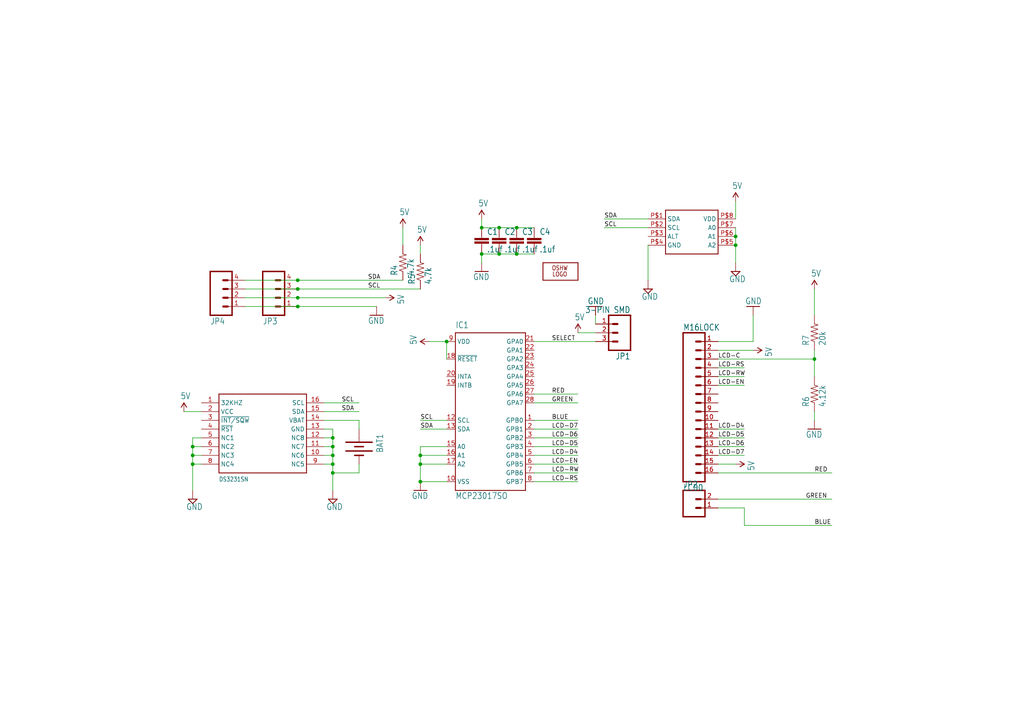
<source format=kicad_sch>
(kicad_sch (version 20230121) (generator eeschema)

  (uuid dbe70174-56bc-454f-bd26-94e303b98839)

  (paper "A4")

  (lib_symbols
    (symbol "openevse_lcd-eagle-import:5V" (power) (in_bom yes) (on_board yes)
      (property "Reference" "" (at 0 0 0)
        (effects (font (size 1.27 1.27)) hide)
      )
      (property "Value" "5V" (at -1.016 3.556 0)
        (effects (font (size 1.778 1.5113)) (justify left bottom))
      )
      (property "Footprint" "" (at 0 0 0)
        (effects (font (size 1.27 1.27)) hide)
      )
      (property "Datasheet" "" (at 0 0 0)
        (effects (font (size 1.27 1.27)) hide)
      )
      (property "ki_locked" "" (at 0 0 0)
        (effects (font (size 1.27 1.27)))
      )
      (symbol "5V_1_0"
        (polyline
          (pts
            (xy 0 2.54)
            (xy -0.762 1.27)
          )
          (stroke (width 0.254) (type solid))
          (fill (type none))
        )
        (polyline
          (pts
            (xy 0.762 1.27)
            (xy 0 2.54)
          )
          (stroke (width 0.254) (type solid))
          (fill (type none))
        )
        (pin power_in line (at 0 0 90) (length 2.54)
          (name "5V" (effects (font (size 0 0))))
          (number "1" (effects (font (size 0 0))))
        )
      )
    )
    (symbol "openevse_lcd-eagle-import:BATTERY12MM" (in_bom yes) (on_board yes)
      (property "Reference" "BAT" (at -3.81 5.08 0)
        (effects (font (size 1.778 1.5113)) (justify left bottom))
      )
      (property "Value" "" (at -3.81 -6.35 0)
        (effects (font (size 1.778 1.5113)) (justify left bottom))
      )
      (property "Footprint" "openevse_lcd:BATTCON_12MM" (at 0 0 0)
        (effects (font (size 1.27 1.27)) hide)
      )
      (property "Datasheet" "" (at 0 0 0)
        (effects (font (size 1.27 1.27)) hide)
      )
      (property "ki_locked" "" (at 0 0 0)
        (effects (font (size 1.27 1.27)))
      )
      (symbol "BATTERY12MM_1_0"
        (polyline
          (pts
            (xy -2.54 0)
            (xy -1.524 0)
          )
          (stroke (width 0.1524) (type solid))
          (fill (type none))
        )
        (polyline
          (pts
            (xy -1.27 3.81)
            (xy -1.27 -3.81)
          )
          (stroke (width 0.4064) (type solid))
          (fill (type none))
        )
        (polyline
          (pts
            (xy 0 1.27)
            (xy 0 -1.27)
          )
          (stroke (width 0.4064) (type solid))
          (fill (type none))
        )
        (polyline
          (pts
            (xy 1.27 3.81)
            (xy 1.27 -3.81)
          )
          (stroke (width 0.4064) (type solid))
          (fill (type none))
        )
        (polyline
          (pts
            (xy 2.54 1.27)
            (xy 2.54 -1.27)
          )
          (stroke (width 0.4064) (type solid))
          (fill (type none))
        )
        (pin power_in line (at 5.08 0 180) (length 2.54)
          (name "-" (effects (font (size 0 0))))
          (number "GND" (effects (font (size 0 0))))
        )
        (pin power_in line (at -5.08 0 0) (length 2.54)
          (name "+" (effects (font (size 0 0))))
          (number "PWR@1" (effects (font (size 0 0))))
        )
      )
    )
    (symbol "openevse_lcd-eagle-import:CAP0805" (in_bom yes) (on_board yes)
      (property "Reference" "C" (at 1.524 2.921 0)
        (effects (font (size 1.778 1.5113)) (justify left bottom))
      )
      (property "Value" "" (at 1.524 -2.159 0)
        (effects (font (size 1.778 1.5113)) (justify left bottom))
      )
      (property "Footprint" "openevse_lcd:0805" (at 0 0 0)
        (effects (font (size 1.27 1.27)) hide)
      )
      (property "Datasheet" "" (at 0 0 0)
        (effects (font (size 1.27 1.27)) hide)
      )
      (property "ki_locked" "" (at 0 0 0)
        (effects (font (size 1.27 1.27)))
      )
      (symbol "CAP0805_1_0"
        (rectangle (start -2.032 0.508) (end 2.032 1.016)
          (stroke (width 0) (type default))
          (fill (type outline))
        )
        (rectangle (start -2.032 1.524) (end 2.032 2.032)
          (stroke (width 0) (type default))
          (fill (type outline))
        )
        (polyline
          (pts
            (xy 0 0)
            (xy 0 0.508)
          )
          (stroke (width 0.1524) (type solid))
          (fill (type none))
        )
        (polyline
          (pts
            (xy 0 2.54)
            (xy 0 2.032)
          )
          (stroke (width 0.1524) (type solid))
          (fill (type none))
        )
        (pin passive line (at 0 5.08 270) (length 2.54)
          (name "1" (effects (font (size 0 0))))
          (number "1" (effects (font (size 0 0))))
        )
        (pin passive line (at 0 -2.54 90) (length 2.54)
          (name "2" (effects (font (size 0 0))))
          (number "2" (effects (font (size 0 0))))
        )
      )
    )
    (symbol "openevse_lcd-eagle-import:DS3231SN" (in_bom yes) (on_board yes)
      (property "Reference" "" (at -12.7 15.24 0)
        (effects (font (size 1.27 1.0795)) (justify left bottom) hide)
      )
      (property "Value" "" (at -12.7 -12.7 0)
        (effects (font (size 1.27 1.0795)) (justify left bottom))
      )
      (property "Footprint" "openevse_lcd:SO16W" (at 0 0 0)
        (effects (font (size 1.27 1.27)) hide)
      )
      (property "Datasheet" "" (at 0 0 0)
        (effects (font (size 1.27 1.27)) hide)
      )
      (property "ki_locked" "" (at 0 0 0)
        (effects (font (size 1.27 1.27)))
      )
      (symbol "DS3231SN_1_0"
        (polyline
          (pts
            (xy -12.7 -10.16)
            (xy -12.7 12.7)
          )
          (stroke (width 0.254) (type solid))
          (fill (type none))
        )
        (polyline
          (pts
            (xy -12.7 12.7)
            (xy 12.7 12.7)
          )
          (stroke (width 0.254) (type solid))
          (fill (type none))
        )
        (polyline
          (pts
            (xy 12.7 -10.16)
            (xy -12.7 -10.16)
          )
          (stroke (width 0.254) (type solid))
          (fill (type none))
        )
        (polyline
          (pts
            (xy 12.7 12.7)
            (xy 12.7 -10.16)
          )
          (stroke (width 0.254) (type solid))
          (fill (type none))
        )
        (pin bidirectional line (at -17.78 10.16 0) (length 5.08)
          (name "32KHZ" (effects (font (size 1.27 1.27))))
          (number "1" (effects (font (size 1.27 1.27))))
        )
        (pin bidirectional line (at 17.78 -5.08 180) (length 5.08)
          (name "NC6" (effects (font (size 1.27 1.27))))
          (number "10" (effects (font (size 1.27 1.27))))
        )
        (pin bidirectional line (at 17.78 -2.54 180) (length 5.08)
          (name "NC7" (effects (font (size 1.27 1.27))))
          (number "11" (effects (font (size 1.27 1.27))))
        )
        (pin bidirectional line (at 17.78 0 180) (length 5.08)
          (name "NC8" (effects (font (size 1.27 1.27))))
          (number "12" (effects (font (size 1.27 1.27))))
        )
        (pin bidirectional line (at 17.78 2.54 180) (length 5.08)
          (name "GND" (effects (font (size 1.27 1.27))))
          (number "13" (effects (font (size 1.27 1.27))))
        )
        (pin bidirectional line (at 17.78 5.08 180) (length 5.08)
          (name "VBAT" (effects (font (size 1.27 1.27))))
          (number "14" (effects (font (size 1.27 1.27))))
        )
        (pin bidirectional line (at 17.78 7.62 180) (length 5.08)
          (name "SDA" (effects (font (size 1.27 1.27))))
          (number "15" (effects (font (size 1.27 1.27))))
        )
        (pin bidirectional line (at 17.78 10.16 180) (length 5.08)
          (name "SCL" (effects (font (size 1.27 1.27))))
          (number "16" (effects (font (size 1.27 1.27))))
        )
        (pin bidirectional line (at -17.78 7.62 0) (length 5.08)
          (name "VCC" (effects (font (size 1.27 1.27))))
          (number "2" (effects (font (size 1.27 1.27))))
        )
        (pin bidirectional line (at -17.78 5.08 0) (length 5.08)
          (name "~{INT/SQW}" (effects (font (size 1.27 1.27))))
          (number "3" (effects (font (size 1.27 1.27))))
        )
        (pin bidirectional line (at -17.78 2.54 0) (length 5.08)
          (name "~{RST}" (effects (font (size 1.27 1.27))))
          (number "4" (effects (font (size 1.27 1.27))))
        )
        (pin bidirectional line (at -17.78 0 0) (length 5.08)
          (name "NC1" (effects (font (size 1.27 1.27))))
          (number "5" (effects (font (size 1.27 1.27))))
        )
        (pin bidirectional line (at -17.78 -2.54 0) (length 5.08)
          (name "NC2" (effects (font (size 1.27 1.27))))
          (number "6" (effects (font (size 1.27 1.27))))
        )
        (pin bidirectional line (at -17.78 -5.08 0) (length 5.08)
          (name "NC3" (effects (font (size 1.27 1.27))))
          (number "7" (effects (font (size 1.27 1.27))))
        )
        (pin bidirectional line (at -17.78 -7.62 0) (length 5.08)
          (name "NC4" (effects (font (size 1.27 1.27))))
          (number "8" (effects (font (size 1.27 1.27))))
        )
        (pin bidirectional line (at 17.78 -7.62 180) (length 5.08)
          (name "NC5" (effects (font (size 1.27 1.27))))
          (number "9" (effects (font (size 1.27 1.27))))
        )
      )
    )
    (symbol "openevse_lcd-eagle-import:GND" (power) (in_bom yes) (on_board yes)
      (property "Reference" "#GND" (at 0 0 0)
        (effects (font (size 1.27 1.27)) hide)
      )
      (property "Value" "GND" (at -2.54 -2.54 0)
        (effects (font (size 1.778 1.5113)) (justify left bottom))
      )
      (property "Footprint" "" (at 0 0 0)
        (effects (font (size 1.27 1.27)) hide)
      )
      (property "Datasheet" "" (at 0 0 0)
        (effects (font (size 1.27 1.27)) hide)
      )
      (property "ki_locked" "" (at 0 0 0)
        (effects (font (size 1.27 1.27)))
      )
      (symbol "GND_1_0"
        (polyline
          (pts
            (xy -1.905 0)
            (xy 1.905 0)
          )
          (stroke (width 0.254) (type solid))
          (fill (type none))
        )
        (pin power_in line (at 0 2.54 270) (length 2.54)
          (name "GND" (effects (font (size 0 0))))
          (number "1" (effects (font (size 0 0))))
        )
      )
    )
    (symbol "openevse_lcd-eagle-import:M02PTH" (in_bom yes) (on_board yes)
      (property "Reference" "JP" (at -2.54 5.842 0)
        (effects (font (size 1.778 1.5113)) (justify left bottom))
      )
      (property "Value" "" (at -2.54 -5.08 0)
        (effects (font (size 1.778 1.5113)) (justify left bottom))
      )
      (property "Footprint" "openevse_lcd:1X02" (at 0 0 0)
        (effects (font (size 1.27 1.27)) hide)
      )
      (property "Datasheet" "" (at 0 0 0)
        (effects (font (size 1.27 1.27)) hide)
      )
      (property "ki_locked" "" (at 0 0 0)
        (effects (font (size 1.27 1.27)))
      )
      (symbol "M02PTH_1_0"
        (polyline
          (pts
            (xy -2.54 5.08)
            (xy -2.54 -2.54)
          )
          (stroke (width 0.4064) (type solid))
          (fill (type none))
        )
        (polyline
          (pts
            (xy -2.54 5.08)
            (xy 3.81 5.08)
          )
          (stroke (width 0.4064) (type solid))
          (fill (type none))
        )
        (polyline
          (pts
            (xy 1.27 0)
            (xy 2.54 0)
          )
          (stroke (width 0.6096) (type solid))
          (fill (type none))
        )
        (polyline
          (pts
            (xy 1.27 2.54)
            (xy 2.54 2.54)
          )
          (stroke (width 0.6096) (type solid))
          (fill (type none))
        )
        (polyline
          (pts
            (xy 3.81 -2.54)
            (xy -2.54 -2.54)
          )
          (stroke (width 0.4064) (type solid))
          (fill (type none))
        )
        (polyline
          (pts
            (xy 3.81 -2.54)
            (xy 3.81 5.08)
          )
          (stroke (width 0.4064) (type solid))
          (fill (type none))
        )
        (pin passive line (at 7.62 0 180) (length 5.08)
          (name "1" (effects (font (size 0 0))))
          (number "1" (effects (font (size 1.27 1.27))))
        )
        (pin passive line (at 7.62 2.54 180) (length 5.08)
          (name "2" (effects (font (size 0 0))))
          (number "2" (effects (font (size 1.27 1.27))))
        )
      )
    )
    (symbol "openevse_lcd-eagle-import:M03JST-SMD" (in_bom yes) (on_board yes)
      (property "Reference" "JP" (at -2.54 5.842 0)
        (effects (font (size 1.778 1.5113)) (justify left bottom))
      )
      (property "Value" "" (at -2.54 -7.62 0)
        (effects (font (size 1.778 1.5113)) (justify left bottom))
      )
      (property "Footprint" "openevse_lcd:JST-3-SMD" (at 0 0 0)
        (effects (font (size 1.27 1.27)) hide)
      )
      (property "Datasheet" "" (at 0 0 0)
        (effects (font (size 1.27 1.27)) hide)
      )
      (property "ki_locked" "" (at 0 0 0)
        (effects (font (size 1.27 1.27)))
      )
      (symbol "M03JST-SMD_1_0"
        (polyline
          (pts
            (xy -2.54 5.08)
            (xy -2.54 -5.08)
          )
          (stroke (width 0.4064) (type solid))
          (fill (type none))
        )
        (polyline
          (pts
            (xy -2.54 5.08)
            (xy 3.81 5.08)
          )
          (stroke (width 0.4064) (type solid))
          (fill (type none))
        )
        (polyline
          (pts
            (xy 1.27 -2.54)
            (xy 2.54 -2.54)
          )
          (stroke (width 0.6096) (type solid))
          (fill (type none))
        )
        (polyline
          (pts
            (xy 1.27 0)
            (xy 2.54 0)
          )
          (stroke (width 0.6096) (type solid))
          (fill (type none))
        )
        (polyline
          (pts
            (xy 1.27 2.54)
            (xy 2.54 2.54)
          )
          (stroke (width 0.6096) (type solid))
          (fill (type none))
        )
        (polyline
          (pts
            (xy 3.81 -5.08)
            (xy -2.54 -5.08)
          )
          (stroke (width 0.4064) (type solid))
          (fill (type none))
        )
        (polyline
          (pts
            (xy 3.81 -5.08)
            (xy 3.81 5.08)
          )
          (stroke (width 0.4064) (type solid))
          (fill (type none))
        )
        (pin passive line (at 7.62 -2.54 180) (length 5.08)
          (name "1" (effects (font (size 0 0))))
          (number "1" (effects (font (size 1.27 1.27))))
        )
        (pin passive line (at 7.62 0 180) (length 5.08)
          (name "2" (effects (font (size 0 0))))
          (number "2" (effects (font (size 1.27 1.27))))
        )
        (pin passive line (at 7.62 2.54 180) (length 5.08)
          (name "3" (effects (font (size 0 0))))
          (number "3" (effects (font (size 1.27 1.27))))
        )
      )
    )
    (symbol "openevse_lcd-eagle-import:M04JST-PTH-VERT" (in_bom yes) (on_board yes)
      (property "Reference" "JP" (at -5.08 8.382 0)
        (effects (font (size 1.778 1.5113)) (justify left bottom))
      )
      (property "Value" "" (at -5.08 -7.62 0)
        (effects (font (size 1.778 1.5113)) (justify left bottom))
      )
      (property "Footprint" "openevse_lcd:JST-4-PTH-VERT" (at 0 0 0)
        (effects (font (size 1.27 1.27)) hide)
      )
      (property "Datasheet" "" (at 0 0 0)
        (effects (font (size 1.27 1.27)) hide)
      )
      (property "ki_locked" "" (at 0 0 0)
        (effects (font (size 1.27 1.27)))
      )
      (symbol "M04JST-PTH-VERT_1_0"
        (polyline
          (pts
            (xy -5.08 7.62)
            (xy -5.08 -5.08)
          )
          (stroke (width 0.4064) (type solid))
          (fill (type none))
        )
        (polyline
          (pts
            (xy -5.08 7.62)
            (xy 1.27 7.62)
          )
          (stroke (width 0.4064) (type solid))
          (fill (type none))
        )
        (polyline
          (pts
            (xy -1.27 -2.54)
            (xy 0 -2.54)
          )
          (stroke (width 0.6096) (type solid))
          (fill (type none))
        )
        (polyline
          (pts
            (xy -1.27 0)
            (xy 0 0)
          )
          (stroke (width 0.6096) (type solid))
          (fill (type none))
        )
        (polyline
          (pts
            (xy -1.27 2.54)
            (xy 0 2.54)
          )
          (stroke (width 0.6096) (type solid))
          (fill (type none))
        )
        (polyline
          (pts
            (xy -1.27 5.08)
            (xy 0 5.08)
          )
          (stroke (width 0.6096) (type solid))
          (fill (type none))
        )
        (polyline
          (pts
            (xy 1.27 -5.08)
            (xy -5.08 -5.08)
          )
          (stroke (width 0.4064) (type solid))
          (fill (type none))
        )
        (polyline
          (pts
            (xy 1.27 -5.08)
            (xy 1.27 7.62)
          )
          (stroke (width 0.4064) (type solid))
          (fill (type none))
        )
        (pin passive line (at 5.08 5.08 180) (length 5.08)
          (name "4" (effects (font (size 0 0))))
          (number "1" (effects (font (size 1.27 1.27))))
        )
        (pin passive line (at 5.08 2.54 180) (length 5.08)
          (name "3" (effects (font (size 0 0))))
          (number "2" (effects (font (size 1.27 1.27))))
        )
        (pin passive line (at 5.08 0 180) (length 5.08)
          (name "2" (effects (font (size 0 0))))
          (number "3" (effects (font (size 1.27 1.27))))
        )
        (pin passive line (at 5.08 -2.54 180) (length 5.08)
          (name "1" (effects (font (size 0 0))))
          (number "4" (effects (font (size 1.27 1.27))))
        )
      )
    )
    (symbol "openevse_lcd-eagle-import:M16LOCK" (in_bom yes) (on_board yes)
      (property "Reference" "JP" (at 0 21.082 0)
        (effects (font (size 1.778 1.5113)) (justify left bottom))
      )
      (property "Value" "" (at 0 -25.4 0)
        (effects (font (size 1.778 1.5113)) (justify left bottom))
      )
      (property "Footprint" "openevse_lcd:1X16_LOCK" (at 0 0 0)
        (effects (font (size 1.27 1.27)) hide)
      )
      (property "Datasheet" "" (at 0 0 0)
        (effects (font (size 1.27 1.27)) hide)
      )
      (property "ki_locked" "" (at 0 0 0)
        (effects (font (size 1.27 1.27)))
      )
      (symbol "M16LOCK_1_0"
        (polyline
          (pts
            (xy 0 20.32)
            (xy 0 -22.86)
          )
          (stroke (width 0.4064) (type solid))
          (fill (type none))
        )
        (polyline
          (pts
            (xy 0 20.32)
            (xy 6.35 20.32)
          )
          (stroke (width 0.4064) (type solid))
          (fill (type none))
        )
        (polyline
          (pts
            (xy 3.81 -20.32)
            (xy 5.08 -20.32)
          )
          (stroke (width 0.6096) (type solid))
          (fill (type none))
        )
        (polyline
          (pts
            (xy 3.81 -17.78)
            (xy 5.08 -17.78)
          )
          (stroke (width 0.6096) (type solid))
          (fill (type none))
        )
        (polyline
          (pts
            (xy 3.81 -15.24)
            (xy 5.08 -15.24)
          )
          (stroke (width 0.6096) (type solid))
          (fill (type none))
        )
        (polyline
          (pts
            (xy 3.81 -12.7)
            (xy 5.08 -12.7)
          )
          (stroke (width 0.6096) (type solid))
          (fill (type none))
        )
        (polyline
          (pts
            (xy 3.81 -10.16)
            (xy 5.08 -10.16)
          )
          (stroke (width 0.6096) (type solid))
          (fill (type none))
        )
        (polyline
          (pts
            (xy 3.81 -7.62)
            (xy 5.08 -7.62)
          )
          (stroke (width 0.6096) (type solid))
          (fill (type none))
        )
        (polyline
          (pts
            (xy 3.81 -5.08)
            (xy 5.08 -5.08)
          )
          (stroke (width 0.6096) (type solid))
          (fill (type none))
        )
        (polyline
          (pts
            (xy 3.81 -2.54)
            (xy 5.08 -2.54)
          )
          (stroke (width 0.6096) (type solid))
          (fill (type none))
        )
        (polyline
          (pts
            (xy 3.81 0)
            (xy 5.08 0)
          )
          (stroke (width 0.6096) (type solid))
          (fill (type none))
        )
        (polyline
          (pts
            (xy 3.81 2.54)
            (xy 5.08 2.54)
          )
          (stroke (width 0.6096) (type solid))
          (fill (type none))
        )
        (polyline
          (pts
            (xy 3.81 5.08)
            (xy 5.08 5.08)
          )
          (stroke (width 0.6096) (type solid))
          (fill (type none))
        )
        (polyline
          (pts
            (xy 3.81 7.62)
            (xy 5.08 7.62)
          )
          (stroke (width 0.6096) (type solid))
          (fill (type none))
        )
        (polyline
          (pts
            (xy 3.81 10.16)
            (xy 5.08 10.16)
          )
          (stroke (width 0.6096) (type solid))
          (fill (type none))
        )
        (polyline
          (pts
            (xy 3.81 12.7)
            (xy 5.08 12.7)
          )
          (stroke (width 0.6096) (type solid))
          (fill (type none))
        )
        (polyline
          (pts
            (xy 3.81 15.24)
            (xy 5.08 15.24)
          )
          (stroke (width 0.6096) (type solid))
          (fill (type none))
        )
        (polyline
          (pts
            (xy 3.81 17.78)
            (xy 5.08 17.78)
          )
          (stroke (width 0.6096) (type solid))
          (fill (type none))
        )
        (polyline
          (pts
            (xy 6.35 -22.86)
            (xy 0 -22.86)
          )
          (stroke (width 0.4064) (type solid))
          (fill (type none))
        )
        (polyline
          (pts
            (xy 6.35 -22.86)
            (xy 6.35 20.32)
          )
          (stroke (width 0.4064) (type solid))
          (fill (type none))
        )
        (pin passive line (at 10.16 -20.32 180) (length 5.08)
          (name "1" (effects (font (size 0 0))))
          (number "1" (effects (font (size 1.27 1.27))))
        )
        (pin passive line (at 10.16 2.54 180) (length 5.08)
          (name "10" (effects (font (size 0 0))))
          (number "10" (effects (font (size 1.27 1.27))))
        )
        (pin passive line (at 10.16 5.08 180) (length 5.08)
          (name "11" (effects (font (size 0 0))))
          (number "11" (effects (font (size 1.27 1.27))))
        )
        (pin passive line (at 10.16 7.62 180) (length 5.08)
          (name "12" (effects (font (size 0 0))))
          (number "12" (effects (font (size 1.27 1.27))))
        )
        (pin passive line (at 10.16 10.16 180) (length 5.08)
          (name "13" (effects (font (size 0 0))))
          (number "13" (effects (font (size 1.27 1.27))))
        )
        (pin passive line (at 10.16 12.7 180) (length 5.08)
          (name "14" (effects (font (size 0 0))))
          (number "14" (effects (font (size 1.27 1.27))))
        )
        (pin passive line (at 10.16 15.24 180) (length 5.08)
          (name "15" (effects (font (size 0 0))))
          (number "15" (effects (font (size 1.27 1.27))))
        )
        (pin passive line (at 10.16 17.78 180) (length 5.08)
          (name "16" (effects (font (size 0 0))))
          (number "16" (effects (font (size 1.27 1.27))))
        )
        (pin passive line (at 10.16 -17.78 180) (length 5.08)
          (name "2" (effects (font (size 0 0))))
          (number "2" (effects (font (size 1.27 1.27))))
        )
        (pin passive line (at 10.16 -15.24 180) (length 5.08)
          (name "3" (effects (font (size 0 0))))
          (number "3" (effects (font (size 1.27 1.27))))
        )
        (pin passive line (at 10.16 -12.7 180) (length 5.08)
          (name "4" (effects (font (size 0 0))))
          (number "4" (effects (font (size 1.27 1.27))))
        )
        (pin passive line (at 10.16 -10.16 180) (length 5.08)
          (name "5" (effects (font (size 0 0))))
          (number "5" (effects (font (size 1.27 1.27))))
        )
        (pin passive line (at 10.16 -7.62 180) (length 5.08)
          (name "6" (effects (font (size 0 0))))
          (number "6" (effects (font (size 1.27 1.27))))
        )
        (pin passive line (at 10.16 -5.08 180) (length 5.08)
          (name "7" (effects (font (size 0 0))))
          (number "7" (effects (font (size 1.27 1.27))))
        )
        (pin passive line (at 10.16 -2.54 180) (length 5.08)
          (name "8" (effects (font (size 0 0))))
          (number "8" (effects (font (size 1.27 1.27))))
        )
        (pin passive line (at 10.16 0 180) (length 5.08)
          (name "9" (effects (font (size 0 0))))
          (number "9" (effects (font (size 1.27 1.27))))
        )
      )
    )
    (symbol "openevse_lcd-eagle-import:MCP23017SO" (in_bom yes) (on_board yes)
      (property "Reference" "IC" (at -10.16 24.13 0)
        (effects (font (size 1.778 1.5113)) (justify left bottom))
      )
      (property "Value" "" (at -10.16 -25.4 0)
        (effects (font (size 1.778 1.5113)) (justify left bottom))
      )
      (property "Footprint" "openevse_lcd:SO28W" (at 0 0 0)
        (effects (font (size 1.27 1.27)) hide)
      )
      (property "Datasheet" "" (at 0 0 0)
        (effects (font (size 1.27 1.27)) hide)
      )
      (property "ki_locked" "" (at 0 0 0)
        (effects (font (size 1.27 1.27)))
      )
      (symbol "MCP23017SO_1_0"
        (polyline
          (pts
            (xy -10.16 -22.86)
            (xy -10.16 22.86)
          )
          (stroke (width 0.254) (type solid))
          (fill (type none))
        )
        (polyline
          (pts
            (xy -10.16 22.86)
            (xy 10.16 22.86)
          )
          (stroke (width 0.254) (type solid))
          (fill (type none))
        )
        (polyline
          (pts
            (xy 10.16 -22.86)
            (xy -10.16 -22.86)
          )
          (stroke (width 0.254) (type solid))
          (fill (type none))
        )
        (polyline
          (pts
            (xy 10.16 22.86)
            (xy 10.16 -22.86)
          )
          (stroke (width 0.254) (type solid))
          (fill (type none))
        )
        (pin bidirectional line (at 12.7 -2.54 180) (length 2.54)
          (name "GPB0" (effects (font (size 1.27 1.27))))
          (number "1" (effects (font (size 1.27 1.27))))
        )
        (pin power_in line (at -12.7 -20.32 0) (length 2.54)
          (name "VSS" (effects (font (size 1.27 1.27))))
          (number "10" (effects (font (size 1.27 1.27))))
        )
        (pin input line (at -12.7 -2.54 0) (length 2.54)
          (name "SCL" (effects (font (size 1.27 1.27))))
          (number "12" (effects (font (size 1.27 1.27))))
        )
        (pin bidirectional line (at -12.7 -5.08 0) (length 2.54)
          (name "SDA" (effects (font (size 1.27 1.27))))
          (number "13" (effects (font (size 1.27 1.27))))
        )
        (pin input line (at -12.7 -10.16 0) (length 2.54)
          (name "A0" (effects (font (size 1.27 1.27))))
          (number "15" (effects (font (size 1.27 1.27))))
        )
        (pin input line (at -12.7 -12.7 0) (length 2.54)
          (name "A1" (effects (font (size 1.27 1.27))))
          (number "16" (effects (font (size 1.27 1.27))))
        )
        (pin input line (at -12.7 -15.24 0) (length 2.54)
          (name "A2" (effects (font (size 1.27 1.27))))
          (number "17" (effects (font (size 1.27 1.27))))
        )
        (pin input line (at -12.7 15.24 0) (length 2.54)
          (name "~{RESET}" (effects (font (size 1.27 1.27))))
          (number "18" (effects (font (size 1.27 1.27))))
        )
        (pin output line (at -12.7 7.62 0) (length 2.54)
          (name "INTB" (effects (font (size 1.27 1.27))))
          (number "19" (effects (font (size 1.27 1.27))))
        )
        (pin bidirectional line (at 12.7 -5.08 180) (length 2.54)
          (name "GPB1" (effects (font (size 1.27 1.27))))
          (number "2" (effects (font (size 1.27 1.27))))
        )
        (pin output line (at -12.7 10.16 0) (length 2.54)
          (name "INTA" (effects (font (size 1.27 1.27))))
          (number "20" (effects (font (size 1.27 1.27))))
        )
        (pin bidirectional line (at 12.7 20.32 180) (length 2.54)
          (name "GPA0" (effects (font (size 1.27 1.27))))
          (number "21" (effects (font (size 1.27 1.27))))
        )
        (pin bidirectional line (at 12.7 17.78 180) (length 2.54)
          (name "GPA1" (effects (font (size 1.27 1.27))))
          (number "22" (effects (font (size 1.27 1.27))))
        )
        (pin bidirectional line (at 12.7 15.24 180) (length 2.54)
          (name "GPA2" (effects (font (size 1.27 1.27))))
          (number "23" (effects (font (size 1.27 1.27))))
        )
        (pin bidirectional line (at 12.7 12.7 180) (length 2.54)
          (name "GPA3" (effects (font (size 1.27 1.27))))
          (number "24" (effects (font (size 1.27 1.27))))
        )
        (pin bidirectional line (at 12.7 10.16 180) (length 2.54)
          (name "GPA4" (effects (font (size 1.27 1.27))))
          (number "25" (effects (font (size 1.27 1.27))))
        )
        (pin bidirectional line (at 12.7 7.62 180) (length 2.54)
          (name "GPA5" (effects (font (size 1.27 1.27))))
          (number "26" (effects (font (size 1.27 1.27))))
        )
        (pin bidirectional line (at 12.7 5.08 180) (length 2.54)
          (name "GPA6" (effects (font (size 1.27 1.27))))
          (number "27" (effects (font (size 1.27 1.27))))
        )
        (pin bidirectional line (at 12.7 2.54 180) (length 2.54)
          (name "GPA7" (effects (font (size 1.27 1.27))))
          (number "28" (effects (font (size 1.27 1.27))))
        )
        (pin bidirectional line (at 12.7 -7.62 180) (length 2.54)
          (name "GPB2" (effects (font (size 1.27 1.27))))
          (number "3" (effects (font (size 1.27 1.27))))
        )
        (pin bidirectional line (at 12.7 -10.16 180) (length 2.54)
          (name "GPB3" (effects (font (size 1.27 1.27))))
          (number "4" (effects (font (size 1.27 1.27))))
        )
        (pin bidirectional line (at 12.7 -12.7 180) (length 2.54)
          (name "GPB4" (effects (font (size 1.27 1.27))))
          (number "5" (effects (font (size 1.27 1.27))))
        )
        (pin bidirectional line (at 12.7 -15.24 180) (length 2.54)
          (name "GPB5" (effects (font (size 1.27 1.27))))
          (number "6" (effects (font (size 1.27 1.27))))
        )
        (pin bidirectional line (at 12.7 -17.78 180) (length 2.54)
          (name "GPB6" (effects (font (size 1.27 1.27))))
          (number "7" (effects (font (size 1.27 1.27))))
        )
        (pin bidirectional line (at 12.7 -20.32 180) (length 2.54)
          (name "GPB7" (effects (font (size 1.27 1.27))))
          (number "8" (effects (font (size 1.27 1.27))))
        )
        (pin power_in line (at -12.7 20.32 0) (length 2.54)
          (name "VDD" (effects (font (size 1.27 1.27))))
          (number "9" (effects (font (size 1.27 1.27))))
        )
      )
    )
    (symbol "openevse_lcd-eagle-import:MCP9808" (in_bom yes) (on_board yes)
      (property "Reference" "" (at 0 0 0)
        (effects (font (size 1.27 1.27)) hide)
      )
      (property "Value" "" (at 0 0 0)
        (effects (font (size 1.27 1.27)) hide)
      )
      (property "Footprint" "openevse_lcd:MSOP8" (at 0 0 0)
        (effects (font (size 1.27 1.27)) hide)
      )
      (property "Datasheet" "" (at 0 0 0)
        (effects (font (size 1.27 1.27)) hide)
      )
      (property "ki_locked" "" (at 0 0 0)
        (effects (font (size 1.27 1.27)))
      )
      (symbol "MCP9808_1_0"
        (polyline
          (pts
            (xy -7.62 -5.08)
            (xy -7.62 7.62)
          )
          (stroke (width 0.254) (type solid))
          (fill (type none))
        )
        (polyline
          (pts
            (xy -7.62 7.62)
            (xy 7.62 7.62)
          )
          (stroke (width 0.254) (type solid))
          (fill (type none))
        )
        (polyline
          (pts
            (xy 7.62 -5.08)
            (xy -7.62 -5.08)
          )
          (stroke (width 0.254) (type solid))
          (fill (type none))
        )
        (polyline
          (pts
            (xy 7.62 7.62)
            (xy 7.62 -5.08)
          )
          (stroke (width 0.254) (type solid))
          (fill (type none))
        )
        (pin bidirectional line (at -12.7 5.08 0) (length 5.08)
          (name "SDA" (effects (font (size 1.27 1.27))))
          (number "P$1" (effects (font (size 1.27 1.27))))
        )
        (pin bidirectional line (at -12.7 2.54 0) (length 5.08)
          (name "SCL" (effects (font (size 1.27 1.27))))
          (number "P$2" (effects (font (size 1.27 1.27))))
        )
        (pin bidirectional line (at -12.7 0 0) (length 5.08)
          (name "ALT" (effects (font (size 1.27 1.27))))
          (number "P$3" (effects (font (size 1.27 1.27))))
        )
        (pin bidirectional line (at -12.7 -2.54 0) (length 5.08)
          (name "GND" (effects (font (size 1.27 1.27))))
          (number "P$4" (effects (font (size 1.27 1.27))))
        )
        (pin bidirectional line (at 12.7 -2.54 180) (length 5.08)
          (name "A2" (effects (font (size 1.27 1.27))))
          (number "P$5" (effects (font (size 1.27 1.27))))
        )
        (pin bidirectional line (at 12.7 0 180) (length 5.08)
          (name "A1" (effects (font (size 1.27 1.27))))
          (number "P$6" (effects (font (size 1.27 1.27))))
        )
        (pin bidirectional line (at 12.7 2.54 180) (length 5.08)
          (name "A0" (effects (font (size 1.27 1.27))))
          (number "P$7" (effects (font (size 1.27 1.27))))
        )
        (pin bidirectional line (at 12.7 5.08 180) (length 5.08)
          (name "VDD" (effects (font (size 1.27 1.27))))
          (number "P$8" (effects (font (size 1.27 1.27))))
        )
      )
    )
    (symbol "openevse_lcd-eagle-import:OSHW_LOGO_10MILX0350-NT" (in_bom yes) (on_board yes)
      (property "Reference" "LOGO" (at 0 0 0)
        (effects (font (size 1.27 1.27)) hide)
      )
      (property "Value" "" (at 0 0 0)
        (effects (font (size 1.27 1.27)) hide)
      )
      (property "Footprint" "openevse_lcd:OSHW_10X350_NOTEXT" (at 0 0 0)
        (effects (font (size 1.27 1.27)) hide)
      )
      (property "Datasheet" "" (at 0 0 0)
        (effects (font (size 1.27 1.27)) hide)
      )
      (property "ki_locked" "" (at 0 0 0)
        (effects (font (size 1.27 1.27)))
      )
      (symbol "OSHW_LOGO_10MILX0350-NT_1_0"
        (polyline
          (pts
            (xy -5.08 -2.54)
            (xy -5.08 2.54)
          )
          (stroke (width 0.254) (type solid))
          (fill (type none))
        )
        (polyline
          (pts
            (xy -5.08 2.54)
            (xy 5.08 2.54)
          )
          (stroke (width 0.254) (type solid))
          (fill (type none))
        )
        (polyline
          (pts
            (xy 5.08 -2.54)
            (xy -5.08 -2.54)
          )
          (stroke (width 0.254) (type solid))
          (fill (type none))
        )
        (polyline
          (pts
            (xy 5.08 2.54)
            (xy 5.08 -2.54)
          )
          (stroke (width 0.254) (type solid))
          (fill (type none))
        )
        (text "LOGO" (at -2.413 -1.524 0)
          (effects (font (size 1.27 1.0795)) (justify left bottom))
        )
        (text "OSHW" (at -2.54 0.254 0)
          (effects (font (size 1.27 1.0795)) (justify left bottom))
        )
      )
    )
    (symbol "openevse_lcd-eagle-import:RESISTOR0805-RES" (in_bom yes) (on_board yes)
      (property "Reference" "R" (at -3.81 1.4986 0)
        (effects (font (size 1.778 1.5113)) (justify left bottom))
      )
      (property "Value" "" (at -3.81 -3.302 0)
        (effects (font (size 1.778 1.5113)) (justify left bottom))
      )
      (property "Footprint" "openevse_lcd:0805" (at 0 0 0)
        (effects (font (size 1.27 1.27)) hide)
      )
      (property "Datasheet" "" (at 0 0 0)
        (effects (font (size 1.27 1.27)) hide)
      )
      (property "ki_locked" "" (at 0 0 0)
        (effects (font (size 1.27 1.27)))
      )
      (symbol "RESISTOR0805-RES_1_0"
        (polyline
          (pts
            (xy -2.54 0)
            (xy -2.159 1.016)
          )
          (stroke (width 0.1524) (type solid))
          (fill (type none))
        )
        (polyline
          (pts
            (xy -2.159 1.016)
            (xy -1.524 -1.016)
          )
          (stroke (width 0.1524) (type solid))
          (fill (type none))
        )
        (polyline
          (pts
            (xy -1.524 -1.016)
            (xy -0.889 1.016)
          )
          (stroke (width 0.1524) (type solid))
          (fill (type none))
        )
        (polyline
          (pts
            (xy -0.889 1.016)
            (xy -0.254 -1.016)
          )
          (stroke (width 0.1524) (type solid))
          (fill (type none))
        )
        (polyline
          (pts
            (xy -0.254 -1.016)
            (xy 0.381 1.016)
          )
          (stroke (width 0.1524) (type solid))
          (fill (type none))
        )
        (polyline
          (pts
            (xy 0.381 1.016)
            (xy 1.016 -1.016)
          )
          (stroke (width 0.1524) (type solid))
          (fill (type none))
        )
        (polyline
          (pts
            (xy 1.016 -1.016)
            (xy 1.651 1.016)
          )
          (stroke (width 0.1524) (type solid))
          (fill (type none))
        )
        (polyline
          (pts
            (xy 1.651 1.016)
            (xy 2.286 -1.016)
          )
          (stroke (width 0.1524) (type solid))
          (fill (type none))
        )
        (polyline
          (pts
            (xy 2.286 -1.016)
            (xy 2.54 0)
          )
          (stroke (width 0.1524) (type solid))
          (fill (type none))
        )
        (pin passive line (at -5.08 0 0) (length 2.54)
          (name "1" (effects (font (size 0 0))))
          (number "1" (effects (font (size 0 0))))
        )
        (pin passive line (at 5.08 0 180) (length 2.54)
          (name "2" (effects (font (size 0 0))))
          (number "2" (effects (font (size 0 0))))
        )
      )
    )
    (symbol "openevse_lcd-eagle-import:supply2_GND" (power) (in_bom yes) (on_board yes)
      (property "Reference" "#SUPPLY" (at 0 0 0)
        (effects (font (size 1.27 1.27)) hide)
      )
      (property "Value" "supply2_GND" (at -1.905 -3.175 0)
        (effects (font (size 1.778 1.5113)) (justify left bottom))
      )
      (property "Footprint" "" (at 0 0 0)
        (effects (font (size 1.27 1.27)) hide)
      )
      (property "Datasheet" "" (at 0 0 0)
        (effects (font (size 1.27 1.27)) hide)
      )
      (property "ki_locked" "" (at 0 0 0)
        (effects (font (size 1.27 1.27)))
      )
      (symbol "supply2_GND_1_0"
        (polyline
          (pts
            (xy -1.27 0)
            (xy 1.27 0)
          )
          (stroke (width 0.254) (type solid))
          (fill (type none))
        )
        (polyline
          (pts
            (xy 0 -1.27)
            (xy -1.27 0)
          )
          (stroke (width 0.254) (type solid))
          (fill (type none))
        )
        (polyline
          (pts
            (xy 1.27 0)
            (xy 0 -1.27)
          )
          (stroke (width 0.254) (type solid))
          (fill (type none))
        )
        (pin power_in line (at 0 2.54 270) (length 2.54)
          (name "GND" (effects (font (size 0 0))))
          (number "1" (effects (font (size 0 0))))
        )
      )
    )
  )

  (junction (at 86.36 83.82) (diameter 0) (color 0 0 0 0)
    (uuid 0415f8ce-63e1-4cf3-a41c-b54add1a29cc)
  )
  (junction (at 96.52 132.08) (diameter 0) (color 0 0 0 0)
    (uuid 0671ec3b-aa5e-4a18-afb2-98a7603ba6dc)
  )
  (junction (at 96.52 129.54) (diameter 0) (color 0 0 0 0)
    (uuid 11d9ee18-5e12-48ec-bfc2-ec9065655d02)
  )
  (junction (at 55.88 134.62) (diameter 0) (color 0 0 0 0)
    (uuid 183fcdab-093b-403c-b9d1-fb20485a477d)
  )
  (junction (at 139.7 66.04) (diameter 0) (color 0 0 0 0)
    (uuid 2db00c8a-bec9-45e1-b837-1a26bdcf578c)
  )
  (junction (at 236.22 104.14) (diameter 0) (color 0 0 0 0)
    (uuid 3e73cf8c-f78a-4da8-98d4-a6d609d4eb72)
  )
  (junction (at 144.78 73.66) (diameter 0) (color 0 0 0 0)
    (uuid 4fe65f6e-053f-4ceb-95ac-992ccc917e49)
  )
  (junction (at 86.36 88.9) (diameter 0) (color 0 0 0 0)
    (uuid 5237c204-8a46-454e-a8a5-e10e8a7356f7)
  )
  (junction (at 55.88 132.08) (diameter 0) (color 0 0 0 0)
    (uuid 577809da-301f-49f6-a1d2-55273167b307)
  )
  (junction (at 121.92 139.7) (diameter 0) (color 0 0 0 0)
    (uuid 6161ad6d-f0a3-4904-b985-35ab34c309ac)
  )
  (junction (at 129.54 99.06) (diameter 0) (color 0 0 0 0)
    (uuid 62dd700b-5718-4f70-b97b-eb024b8100d4)
  )
  (junction (at 96.52 137.16) (diameter 0) (color 0 0 0 0)
    (uuid 659c8b8e-3f11-488b-b6e1-40c433a269ae)
  )
  (junction (at 139.7 73.66) (diameter 0) (color 0 0 0 0)
    (uuid 6abc35ce-6b7a-4f76-97ce-370a0afa7b5f)
  )
  (junction (at 213.36 71.12) (diameter 0) (color 0 0 0 0)
    (uuid 71dfe462-bdda-474a-a94d-3c8f20ab4506)
  )
  (junction (at 86.36 86.36) (diameter 0) (color 0 0 0 0)
    (uuid 7322529c-c73f-4b2d-aba5-252b5e235a80)
  )
  (junction (at 55.88 129.54) (diameter 0) (color 0 0 0 0)
    (uuid 7d553a5c-1a93-4e9f-82ce-05e0ea44febb)
  )
  (junction (at 149.86 73.66) (diameter 0) (color 0 0 0 0)
    (uuid 9fd4f613-11c4-4496-b1e8-4cfa2ec844e6)
  )
  (junction (at 96.52 127) (diameter 0) (color 0 0 0 0)
    (uuid af4ac871-41b9-421e-bfb2-542b85398699)
  )
  (junction (at 149.86 66.04) (diameter 0) (color 0 0 0 0)
    (uuid b6a35b89-d7e0-4e5a-ad81-1098c7863278)
  )
  (junction (at 96.52 134.62) (diameter 0) (color 0 0 0 0)
    (uuid bbb11446-dfc3-4774-b342-d184735b0b53)
  )
  (junction (at 121.92 132.08) (diameter 0) (color 0 0 0 0)
    (uuid c1533bce-4811-4a8e-a033-2db52c9a172e)
  )
  (junction (at 121.92 134.62) (diameter 0) (color 0 0 0 0)
    (uuid d35e3358-6f62-4c0a-92ba-eaca396f1090)
  )
  (junction (at 213.36 68.58) (diameter 0) (color 0 0 0 0)
    (uuid d8f7436e-b522-4ad8-aa5e-9813e9336cdd)
  )
  (junction (at 86.36 81.28) (diameter 0) (color 0 0 0 0)
    (uuid df331831-029c-4136-9f6b-f17c4d43b125)
  )
  (junction (at 144.78 66.04) (diameter 0) (color 0 0 0 0)
    (uuid f8bac779-d153-41f8-a894-9437c562559f)
  )

  (wire (pts (xy 154.94 66.04) (xy 149.86 66.04))
    (stroke (width 0.1524) (type solid))
    (uuid 023cb978-0494-4806-a78a-063555615663)
  )
  (wire (pts (xy 96.52 127) (xy 96.52 129.54))
    (stroke (width 0.1524) (type solid))
    (uuid 0305fbeb-914e-458f-93ee-73f5363feec9)
  )
  (wire (pts (xy 71.12 83.82) (xy 86.36 83.82))
    (stroke (width 0.1524) (type solid))
    (uuid 05ac5796-6562-4b98-8861-50600a058bec)
  )
  (wire (pts (xy 213.36 68.58) (xy 213.36 71.12))
    (stroke (width 0.1524) (type solid))
    (uuid 0ba83c2b-80cd-4640-8a21-b4da5b0d013a)
  )
  (wire (pts (xy 167.64 96.52) (xy 172.72 96.52))
    (stroke (width 0.1524) (type solid))
    (uuid 0dea87d0-0a7e-4e6d-951f-c83412b5aed3)
  )
  (wire (pts (xy 93.98 116.84) (xy 104.14 116.84))
    (stroke (width 0.1524) (type solid))
    (uuid 14ae4caf-7308-47d2-aa9b-72554a2bce49)
  )
  (wire (pts (xy 154.94 114.3) (xy 167.64 114.3))
    (stroke (width 0.1524) (type solid))
    (uuid 1634eb42-9091-47e3-8555-685238d48004)
  )
  (wire (pts (xy 187.96 63.5) (xy 175.26 63.5))
    (stroke (width 0.1524) (type solid))
    (uuid 1ebe9679-be20-43f8-b98e-98806ad20722)
  )
  (wire (pts (xy 96.52 137.16) (xy 96.52 142.24))
    (stroke (width 0.1524) (type solid))
    (uuid 211daa6b-97d0-4c06-95ee-2fd98e63b046)
  )
  (wire (pts (xy 121.92 132.08) (xy 121.92 134.62))
    (stroke (width 0.1524) (type solid))
    (uuid 23890251-1cb8-4ca3-bdee-f2f6e63614d6)
  )
  (wire (pts (xy 121.92 139.7) (xy 129.54 139.7))
    (stroke (width 0.1524) (type solid))
    (uuid 268836e0-3cb2-43ec-b6e9-4c4684b85bf5)
  )
  (wire (pts (xy 236.22 83.82) (xy 236.22 91.44))
    (stroke (width 0.1524) (type solid))
    (uuid 2746328e-9c3e-4c58-b4e4-34e5a012e18c)
  )
  (wire (pts (xy 96.52 127) (xy 93.98 127))
    (stroke (width 0.1524) (type solid))
    (uuid 293e6f89-9033-4f23-9d49-fe64cf8f8514)
  )
  (wire (pts (xy 55.88 142.24) (xy 55.88 134.62))
    (stroke (width 0.1524) (type solid))
    (uuid 297a4873-d570-40db-8127-7f3525c3846b)
  )
  (wire (pts (xy 58.42 119.38) (xy 53.34 119.38))
    (stroke (width 0.1524) (type solid))
    (uuid 2b3c4bcd-a38c-4ac3-9bd4-86a9ba4bf8fd)
  )
  (wire (pts (xy 93.98 124.46) (xy 96.52 124.46))
    (stroke (width 0.1524) (type solid))
    (uuid 31b6336e-bc50-4466-9e37-a1e947e9b16a)
  )
  (wire (pts (xy 236.22 121.92) (xy 236.22 119.38))
    (stroke (width 0.1524) (type solid))
    (uuid 34d2b251-28a0-453e-9dea-637e3c4f0dcb)
  )
  (wire (pts (xy 129.54 124.46) (xy 121.92 124.46))
    (stroke (width 0.1524) (type solid))
    (uuid 3c46fba4-a87d-488d-9a57-075ed5d9566d)
  )
  (wire (pts (xy 58.42 127) (xy 55.88 127))
    (stroke (width 0.1524) (type solid))
    (uuid 3cc0e5b1-b7d7-4ebf-bfd9-670dac8e7630)
  )
  (wire (pts (xy 208.28 106.68) (xy 215.9 106.68))
    (stroke (width 0.1524) (type solid))
    (uuid 3d34567b-6802-4341-8d4f-d6c590269488)
  )
  (wire (pts (xy 213.36 58.42) (xy 213.36 63.5))
    (stroke (width 0.1524) (type solid))
    (uuid 3ddc0471-f09f-44c4-815d-03722edfba70)
  )
  (wire (pts (xy 241.3 144.78) (xy 208.28 144.78))
    (stroke (width 0.1524) (type solid))
    (uuid 3df47afc-8f65-45ff-a783-33dc29b0feb3)
  )
  (wire (pts (xy 208.28 101.6) (xy 218.44 101.6))
    (stroke (width 0.1524) (type solid))
    (uuid 3e3ca40a-e69a-45d7-82f4-a6278f9e2489)
  )
  (wire (pts (xy 172.72 91.44) (xy 172.72 93.98))
    (stroke (width 0.1524) (type solid))
    (uuid 3f95114c-0334-481f-91ed-c4938dcdf69a)
  )
  (wire (pts (xy 121.92 71.12) (xy 121.92 73.66))
    (stroke (width 0.1524) (type solid))
    (uuid 428e58f2-240e-48cc-8c26-9c5765b8bbfc)
  )
  (wire (pts (xy 208.28 134.62) (xy 213.36 134.62))
    (stroke (width 0.1524) (type solid))
    (uuid 442b9b6e-b0c7-4d0a-b508-7c99141a6c21)
  )
  (wire (pts (xy 129.54 129.54) (xy 121.92 129.54))
    (stroke (width 0.1524) (type solid))
    (uuid 4443c187-3fab-495e-8cd7-9a676903dda4)
  )
  (wire (pts (xy 208.28 111.76) (xy 215.9 111.76))
    (stroke (width 0.1524) (type solid))
    (uuid 44b93d2b-5469-4685-9c63-d40e60c19ea0)
  )
  (wire (pts (xy 86.36 83.82) (xy 121.92 83.82))
    (stroke (width 0.1524) (type solid))
    (uuid 46a45b60-cb09-4d58-b11e-1a854361c2e4)
  )
  (wire (pts (xy 149.86 73.66) (xy 144.78 73.66))
    (stroke (width 0.1524) (type solid))
    (uuid 4a7fd1c7-219b-4741-a387-174304446fe0)
  )
  (wire (pts (xy 154.94 99.06) (xy 172.72 99.06))
    (stroke (width 0.1524) (type solid))
    (uuid 4b7459d9-0af8-49f0-b9ef-4b56533efe1a)
  )
  (wire (pts (xy 208.28 104.14) (xy 236.22 104.14))
    (stroke (width 0.1524) (type solid))
    (uuid 5470efdd-7f6f-4514-8345-067be365305a)
  )
  (wire (pts (xy 86.36 88.9) (xy 71.12 88.9))
    (stroke (width 0.1524) (type solid))
    (uuid 564f1722-2628-4d45-971e-49c192d2712f)
  )
  (wire (pts (xy 96.52 137.16) (xy 104.14 137.16))
    (stroke (width 0.1524) (type solid))
    (uuid 583a0700-dedc-441e-8b9f-c3c90018267d)
  )
  (wire (pts (xy 111.76 86.36) (xy 86.36 86.36))
    (stroke (width 0.1524) (type solid))
    (uuid 5ab3fabd-13ec-41a8-941a-7c8addce8aed)
  )
  (wire (pts (xy 208.28 127) (xy 215.9 127))
    (stroke (width 0.1524) (type solid))
    (uuid 5b71b482-3b1b-414d-9ac7-e259ee364129)
  )
  (wire (pts (xy 215.9 152.4) (xy 215.9 147.32))
    (stroke (width 0.1524) (type solid))
    (uuid 5f341193-8e0f-4b39-ad88-fc8a88a2b884)
  )
  (wire (pts (xy 58.42 132.08) (xy 55.88 132.08))
    (stroke (width 0.1524) (type solid))
    (uuid 607bf709-acd0-485b-b391-473dfcb894a6)
  )
  (wire (pts (xy 129.54 121.92) (xy 121.92 121.92))
    (stroke (width 0.1524) (type solid))
    (uuid 619d953f-04b2-400f-8145-f837518f2ebb)
  )
  (wire (pts (xy 236.22 104.14) (xy 236.22 109.22))
    (stroke (width 0.1524) (type solid))
    (uuid 67ab51b9-a86d-4bad-9bf5-cf2d817d4312)
  )
  (wire (pts (xy 86.36 81.28) (xy 116.84 81.28))
    (stroke (width 0.1524) (type solid))
    (uuid 68cc2c9e-329f-4fc3-8453-434b0395f59b)
  )
  (wire (pts (xy 55.88 127) (xy 55.88 129.54))
    (stroke (width 0.1524) (type solid))
    (uuid 737bc250-3fdc-4933-9573-c2967868bb66)
  )
  (wire (pts (xy 213.36 71.12) (xy 213.36 76.2))
    (stroke (width 0.1524) (type solid))
    (uuid 738d18e3-453d-4719-a14f-b51c1c76de5a)
  )
  (wire (pts (xy 139.7 76.2) (xy 139.7 73.66))
    (stroke (width 0.1524) (type solid))
    (uuid 79806dff-43fb-44f1-8308-66ea2ed15f62)
  )
  (wire (pts (xy 208.28 124.46) (xy 215.9 124.46))
    (stroke (width 0.1524) (type solid))
    (uuid 79a55c68-7b28-46bf-860c-22590729950f)
  )
  (wire (pts (xy 129.54 134.62) (xy 121.92 134.62))
    (stroke (width 0.1524) (type solid))
    (uuid 7c1ab736-2337-484a-9245-e10e63603598)
  )
  (wire (pts (xy 187.96 66.04) (xy 175.26 66.04))
    (stroke (width 0.1524) (type solid))
    (uuid 7d34b722-9768-4d50-a730-d5822fa69261)
  )
  (wire (pts (xy 213.36 66.04) (xy 213.36 68.58))
    (stroke (width 0.1524) (type solid))
    (uuid 7e245ea0-69a1-4c1b-a7fd-64b0d51a6da9)
  )
  (wire (pts (xy 96.52 129.54) (xy 93.98 129.54))
    (stroke (width 0.1524) (type solid))
    (uuid 7ffdbcec-64e4-4fa7-bd86-518782823ff0)
  )
  (wire (pts (xy 208.28 132.08) (xy 215.9 132.08))
    (stroke (width 0.1524) (type solid))
    (uuid 81d737b4-02da-459e-b8cb-faa0bb8a6e4b)
  )
  (wire (pts (xy 154.94 137.16) (xy 167.64 137.16))
    (stroke (width 0.1524) (type solid))
    (uuid 82b860a1-c066-427f-aee3-586b2d20dd00)
  )
  (wire (pts (xy 104.14 134.62) (xy 104.14 137.16))
    (stroke (width 0.1524) (type solid))
    (uuid 8554533b-b5fa-43e2-ad42-94219e00cdd0)
  )
  (wire (pts (xy 144.78 66.04) (xy 149.86 66.04))
    (stroke (width 0.1524) (type solid))
    (uuid 85a8a417-668d-4633-99df-2bfa7faa87f9)
  )
  (wire (pts (xy 154.94 124.46) (xy 167.64 124.46))
    (stroke (width 0.1524) (type solid))
    (uuid 86227037-2f92-4636-952f-1297b11b337b)
  )
  (wire (pts (xy 215.9 147.32) (xy 208.28 147.32))
    (stroke (width 0.1524) (type solid))
    (uuid 894e707c-08eb-4447-81b0-3a8a5ab96e55)
  )
  (wire (pts (xy 55.88 129.54) (xy 55.88 132.08))
    (stroke (width 0.1524) (type solid))
    (uuid 8c639bea-b950-4f60-908d-188977dc67b8)
  )
  (wire (pts (xy 96.52 129.54) (xy 96.52 132.08))
    (stroke (width 0.1524) (type solid))
    (uuid 8d17deff-66e8-40ed-9d29-34639ff302fa)
  )
  (wire (pts (xy 218.44 99.06) (xy 218.44 91.44))
    (stroke (width 0.1524) (type solid))
    (uuid 939516d4-b7e4-42ff-a5d7-72302cc17baa)
  )
  (wire (pts (xy 96.52 134.62) (xy 93.98 134.62))
    (stroke (width 0.1524) (type solid))
    (uuid 942d2680-2757-4c9e-b3db-fd0597133b1d)
  )
  (wire (pts (xy 96.52 132.08) (xy 96.52 134.62))
    (stroke (width 0.1524) (type solid))
    (uuid 9468830c-4d2a-420d-abd0-498d024e5ab0)
  )
  (wire (pts (xy 208.28 109.22) (xy 215.9 109.22))
    (stroke (width 0.1524) (type solid))
    (uuid 968ebb3f-9197-4aca-b9a0-6ddc54cc8c00)
  )
  (wire (pts (xy 154.94 134.62) (xy 167.64 134.62))
    (stroke (width 0.1524) (type solid))
    (uuid 9a484760-8e5f-4e09-a197-f9761459bf28)
  )
  (wire (pts (xy 104.14 121.92) (xy 104.14 124.46))
    (stroke (width 0.1524) (type solid))
    (uuid a0668300-f5c9-4991-a1ec-81fc4634cb0e)
  )
  (wire (pts (xy 139.7 73.66) (xy 144.78 73.66))
    (stroke (width 0.1524) (type solid))
    (uuid a2e6e3a6-e87b-4531-b232-b0a066c64e1a)
  )
  (wire (pts (xy 71.12 81.28) (xy 86.36 81.28))
    (stroke (width 0.1524) (type solid))
    (uuid a451cdcf-51be-4e1a-8047-c13c673ffe90)
  )
  (wire (pts (xy 187.96 81.28) (xy 187.96 71.12))
    (stroke (width 0.1524) (type solid))
    (uuid aad1b2f9-324d-42b0-a2ac-1061a1891137)
  )
  (wire (pts (xy 116.84 66.04) (xy 116.84 71.12))
    (stroke (width 0.1524) (type solid))
    (uuid ad10d2ec-c5d8-4b7f-a54f-bfdeb8cf9ed4)
  )
  (wire (pts (xy 55.88 134.62) (xy 58.42 134.62))
    (stroke (width 0.1524) (type solid))
    (uuid aecce39e-ad28-4925-8ed0-85eddf5908ff)
  )
  (wire (pts (xy 55.88 132.08) (xy 55.88 134.62))
    (stroke (width 0.1524) (type solid))
    (uuid b0795bd5-b1d7-43b7-9674-5f6b0da12964)
  )
  (wire (pts (xy 154.94 116.84) (xy 167.64 116.84))
    (stroke (width 0.1524) (type solid))
    (uuid b5a4728a-3161-4b42-96a3-46a50dbae8cb)
  )
  (wire (pts (xy 58.42 129.54) (xy 55.88 129.54))
    (stroke (width 0.1524) (type solid))
    (uuid bbd4876d-e76c-4e6c-9ca8-c17bba49a382)
  )
  (wire (pts (xy 86.36 86.36) (xy 71.12 86.36))
    (stroke (width 0.1524) (type solid))
    (uuid c052adcb-d170-4ebd-ac1c-2b4dec45df31)
  )
  (wire (pts (xy 154.94 139.7) (xy 167.64 139.7))
    (stroke (width 0.1524) (type solid))
    (uuid c25236c4-1e03-46b0-90b7-3d1714b147cf)
  )
  (wire (pts (xy 139.7 63.5) (xy 139.7 66.04))
    (stroke (width 0.1524) (type solid))
    (uuid c361c595-3bc2-4538-a6a4-e75df5ed245f)
  )
  (wire (pts (xy 129.54 104.14) (xy 129.54 99.06))
    (stroke (width 0.1524) (type solid))
    (uuid c58b56d1-0731-4bde-a6f5-6bbe7cf1f9fe)
  )
  (wire (pts (xy 149.86 73.66) (xy 154.94 73.66))
    (stroke (width 0.1524) (type solid))
    (uuid c86dac9c-8430-4b0f-9b6c-0100d073c022)
  )
  (wire (pts (xy 154.94 132.08) (xy 167.64 132.08))
    (stroke (width 0.1524) (type solid))
    (uuid c940c241-2023-4472-bc72-a360f0847e24)
  )
  (wire (pts (xy 208.28 137.16) (xy 241.3 137.16))
    (stroke (width 0.1524) (type solid))
    (uuid d2b1addb-c681-4862-9818-1dbe6b2af8c4)
  )
  (wire (pts (xy 96.52 134.62) (xy 96.52 137.16))
    (stroke (width 0.1524) (type solid))
    (uuid d5455b47-6d2c-41b0-a9c8-bc7cf7453d29)
  )
  (wire (pts (xy 96.52 132.08) (xy 93.98 132.08))
    (stroke (width 0.1524) (type solid))
    (uuid d7b5d84a-4c35-4cc1-92da-77dc72556a8e)
  )
  (wire (pts (xy 121.92 134.62) (xy 121.92 139.7))
    (stroke (width 0.1524) (type solid))
    (uuid d87e54c8-31cc-4160-917f-77098695cd32)
  )
  (wire (pts (xy 154.94 129.54) (xy 167.64 129.54))
    (stroke (width 0.1524) (type solid))
    (uuid dafb431e-91af-44b4-b667-218ea4e0a254)
  )
  (wire (pts (xy 236.22 101.6) (xy 236.22 104.14))
    (stroke (width 0.1524) (type solid))
    (uuid dd683056-50f9-445b-adae-86d7a70750a4)
  )
  (wire (pts (xy 109.22 88.9) (xy 86.36 88.9))
    (stroke (width 0.1524) (type solid))
    (uuid dfba393f-b58c-4cad-9e48-344e2a86f595)
  )
  (wire (pts (xy 208.28 99.06) (xy 218.44 99.06))
    (stroke (width 0.1524) (type solid))
    (uuid e298cde1-4a7f-4a39-9b5c-28037d9ccd22)
  )
  (wire (pts (xy 96.52 124.46) (xy 96.52 127))
    (stroke (width 0.1524) (type solid))
    (uuid eaa70bb8-792c-4ae0-906a-a8ae68311f5b)
  )
  (wire (pts (xy 121.92 129.54) (xy 121.92 132.08))
    (stroke (width 0.1524) (type solid))
    (uuid ec6a0547-cdea-4a74-a7b9-72ec10ccf566)
  )
  (wire (pts (xy 93.98 119.38) (xy 104.14 119.38))
    (stroke (width 0.1524) (type solid))
    (uuid efd7bd7d-c3f2-438d-a561-0b390a72bf03)
  )
  (wire (pts (xy 93.98 121.92) (xy 104.14 121.92))
    (stroke (width 0.1524) (type solid))
    (uuid f1f4fd21-38ba-472e-8b91-018500d0ab04)
  )
  (wire (pts (xy 124.46 99.06) (xy 129.54 99.06))
    (stroke (width 0.1524) (type solid))
    (uuid f2379164-7a47-4a4c-98b2-723deefb4a92)
  )
  (wire (pts (xy 154.94 121.92) (xy 167.64 121.92))
    (stroke (width 0.1524) (type solid))
    (uuid f3b1d188-8697-494a-97e9-ee127d209db5)
  )
  (wire (pts (xy 129.54 132.08) (xy 121.92 132.08))
    (stroke (width 0.1524) (type solid))
    (uuid fad3e6ef-d621-4142-999f-3f98ffe18528)
  )
  (wire (pts (xy 215.9 152.4) (xy 241.3 152.4))
    (stroke (width 0.1524) (type solid))
    (uuid fb2bbb9c-670f-4e23-9d29-bd059633ac2e)
  )
  (wire (pts (xy 154.94 127) (xy 167.64 127))
    (stroke (width 0.1524) (type solid))
    (uuid fced6e47-f78e-4cff-a7e5-9720cd4181d7)
  )
  (wire (pts (xy 144.78 66.04) (xy 139.7 66.04))
    (stroke (width 0.1524) (type solid))
    (uuid fdd00e81-a758-46e2-a4c9-b6bd02d38061)
  )
  (wire (pts (xy 208.28 129.54) (xy 215.9 129.54))
    (stroke (width 0.1524) (type solid))
    (uuid ffb6db74-a7f0-4d7d-acb8-e6489f6825a0)
  )

  (label "LCD-RW" (at 160.02 137.16 0) (fields_autoplaced)
    (effects (font (size 1.2446 1.2446)) (justify left bottom))
    (uuid 262ee6eb-21bf-4646-a3d8-811d63850520)
  )
  (label "LCD-EN" (at 208.28 111.76 0) (fields_autoplaced)
    (effects (font (size 1.2446 1.2446)) (justify left bottom))
    (uuid 278a4d94-c3ef-497e-b69f-b39a14e84d2a)
  )
  (label "GREEN" (at 233.68 144.78 0) (fields_autoplaced)
    (effects (font (size 1.2446 1.2446)) (justify left bottom))
    (uuid 2b3450ba-c169-43db-a52b-7f3dd257ce3e)
  )
  (label "LCD-D7" (at 208.28 132.08 0) (fields_autoplaced)
    (effects (font (size 1.2446 1.2446)) (justify left bottom))
    (uuid 350813ba-850d-4c11-a16e-e516bac97acd)
  )
  (label "SCL" (at 99.06 116.84 0) (fields_autoplaced)
    (effects (font (size 1.2446 1.2446)) (justify left bottom))
    (uuid 38cb6573-4fa9-40ca-b3af-8b0aaf3d16bc)
  )
  (label "BLUE" (at 160.02 121.92 0) (fields_autoplaced)
    (effects (font (size 1.2446 1.2446)) (justify left bottom))
    (uuid 3c9232ef-5cfb-457e-9744-af8c63abe988)
  )
  (label "GREEN" (at 160.02 116.84 0) (fields_autoplaced)
    (effects (font (size 1.2446 1.2446)) (justify left bottom))
    (uuid 3e3bc11e-7fa0-43f3-bd2b-2941fb312022)
  )
  (label "BLUE" (at 236.22 152.4 0) (fields_autoplaced)
    (effects (font (size 1.2446 1.2446)) (justify left bottom))
    (uuid 40325551-c057-474f-8377-bd95ca608443)
  )
  (label "SDA" (at 106.68 81.28 0) (fields_autoplaced)
    (effects (font (size 1.2446 1.2446)) (justify left bottom))
    (uuid 4ca1773c-ecb2-441f-8d1a-fcc864be4309)
  )
  (label "LCD-RW" (at 208.28 109.22 0) (fields_autoplaced)
    (effects (font (size 1.2446 1.2446)) (justify left bottom))
    (uuid 54b947ea-d103-4b96-a742-8571529f9bc8)
  )
  (label "LCD-RS" (at 160.02 139.7 0) (fields_autoplaced)
    (effects (font (size 1.2446 1.2446)) (justify left bottom))
    (uuid 62c111ea-bf90-4a1d-b956-f79b8f922c8e)
  )
  (label "LCD-D4" (at 208.28 124.46 0) (fields_autoplaced)
    (effects (font (size 1.2446 1.2446)) (justify left bottom))
    (uuid 6ce0e458-d844-43bb-86c8-889b5911513b)
  )
  (label "LCD-D5" (at 208.28 127 0) (fields_autoplaced)
    (effects (font (size 1.2446 1.2446)) (justify left bottom))
    (uuid 6f0db16d-463b-4620-a567-71913ea3131a)
  )
  (label "RED" (at 236.22 137.16 0) (fields_autoplaced)
    (effects (font (size 1.2446 1.2446)) (justify left bottom))
    (uuid 878c7d08-38c1-4362-bb0d-c86bc5fcf4ef)
  )
  (label "LCD-D7" (at 160.02 124.46 0) (fields_autoplaced)
    (effects (font (size 1.2446 1.2446)) (justify left bottom))
    (uuid 90c1e4e5-06f6-497b-93d1-b9bdb0b20bdc)
  )
  (label "SCL" (at 121.92 121.92 0) (fields_autoplaced)
    (effects (font (size 1.2446 1.2446)) (justify left bottom))
    (uuid 9936240c-0541-4002-a616-066caa8cb8b0)
  )
  (label "LCD-D6" (at 208.28 129.54 0) (fields_autoplaced)
    (effects (font (size 1.2446 1.2446)) (justify left bottom))
    (uuid 9d38b459-d55d-4cad-901c-ade78d821b4f)
  )
  (label "SDA" (at 121.92 124.46 0) (fields_autoplaced)
    (effects (font (size 1.2446 1.2446)) (justify left bottom))
    (uuid 9d6e92e7-f2f9-4292-b0a7-54a7672cdb62)
  )
  (label "RED" (at 160.02 114.3 0) (fields_autoplaced)
    (effects (font (size 1.2446 1.2446)) (justify left bottom))
    (uuid a40cd566-c3d1-449a-a66f-5bc7909cffa9)
  )
  (label "SELECT" (at 160.02 99.06 0) (fields_autoplaced)
    (effects (font (size 1.2446 1.2446)) (justify left bottom))
    (uuid bbbfa1d7-f01b-4f4a-89f1-82364297e5cd)
  )
  (label "LCD-D6" (at 160.02 127 0) (fields_autoplaced)
    (effects (font (size 1.2446 1.2446)) (justify left bottom))
    (uuid c1e1b6fe-7363-44d3-bcd8-1ce73c59bdd3)
  )
  (label "SCL" (at 106.68 83.82 0) (fields_autoplaced)
    (effects (font (size 1.2446 1.2446)) (justify left bottom))
    (uuid c738814e-b4c7-4e56-96a1-b7a715466f8e)
  )
  (label "LCD-C" (at 208.28 104.14 0) (fields_autoplaced)
    (effects (font (size 1.2446 1.2446)) (justify left bottom))
    (uuid cc8456b9-c717-447b-9582-9b9179d45cad)
  )
  (label "SDA" (at 175.26 63.5 0) (fields_autoplaced)
    (effects (font (size 1.2446 1.2446)) (justify left bottom))
    (uuid d0c9814d-c350-419a-846a-b40b0f0a4feb)
  )
  (label "SCL" (at 175.26 66.04 0) (fields_autoplaced)
    (effects (font (size 1.2446 1.2446)) (justify left bottom))
    (uuid e00deffa-468d-4e3c-b4e4-c22cf13364b8)
  )
  (label "LCD-RS" (at 208.28 106.68 0) (fields_autoplaced)
    (effects (font (size 1.2446 1.2446)) (justify left bottom))
    (uuid e0bf6651-18bb-4b4e-8aee-fa3f8273db7c)
  )
  (label "LCD-EN" (at 160.02 134.62 0) (fields_autoplaced)
    (effects (font (size 1.2446 1.2446)) (justify left bottom))
    (uuid e629d5cd-2905-40e5-bf93-c40a9c4eb46b)
  )
  (label "SDA" (at 99.06 119.38 0) (fields_autoplaced)
    (effects (font (size 1.2446 1.2446)) (justify left bottom))
    (uuid e89947a5-82c0-4fe5-930b-f13d45068227)
  )
  (label "LCD-D4" (at 160.02 132.08 0) (fields_autoplaced)
    (effects (font (size 1.2446 1.2446)) (justify left bottom))
    (uuid f4f76a5a-b656-43ec-b31b-d11efcf2098e)
  )
  (label "LCD-D5" (at 160.02 129.54 0) (fields_autoplaced)
    (effects (font (size 1.2446 1.2446)) (justify left bottom))
    (uuid f57f3b53-5b7c-4143-b5b4-9958d932a7c3)
  )

  (symbol (lib_id "openevse_lcd-eagle-import:CAP0805") (at 154.94 71.12 0) (unit 1)
    (in_bom yes) (on_board yes) (dnp no)
    (uuid 005eea52-d582-4def-82ee-1b6b2318b5ab)
    (property "Reference" "C4" (at 156.464 68.199 0)
      (effects (font (size 1.778 1.5113)) (justify left bottom))
    )
    (property "Value" ".1uf" (at 156.464 73.279 0)
      (effects (font (size 1.778 1.5113)) (justify left bottom))
    )
    (property "Footprint" "openevse_lcd:0805" (at 154.94 71.12 0)
      (effects (font (size 1.27 1.27)) hide)
    )
    (property "Datasheet" "" (at 154.94 71.12 0)
      (effects (font (size 1.27 1.27)) hide)
    )
    (pin "1" (uuid 0a512c19-91e9-4a79-8f3b-83c62e2be768))
    (pin "2" (uuid 81808877-9851-4e4b-b757-382d72066aff))
    (instances
      (project "openevse_lcd"
        (path "/dbe70174-56bc-454f-bd26-94e303b98839"
          (reference "C4") (unit 1)
        )
      )
    )
  )

  (symbol (lib_id "openevse_lcd-eagle-import:5V") (at 236.22 83.82 0) (unit 1)
    (in_bom yes) (on_board yes) (dnp no)
    (uuid 04513e3a-2fbc-4743-9b9b-3b2409c33a48)
    (property "Reference" "#U$12" (at 236.22 83.82 0)
      (effects (font (size 1.27 1.27)) hide)
    )
    (property "Value" "5V" (at 235.204 80.264 0)
      (effects (font (size 1.778 1.5113)) (justify left bottom))
    )
    (property "Footprint" "" (at 236.22 83.82 0)
      (effects (font (size 1.27 1.27)) hide)
    )
    (property "Datasheet" "" (at 236.22 83.82 0)
      (effects (font (size 1.27 1.27)) hide)
    )
    (pin "1" (uuid 0de6f55d-feb8-4c9f-a0b8-158ccc4bf5a6))
    (instances
      (project "openevse_lcd"
        (path "/dbe70174-56bc-454f-bd26-94e303b98839"
          (reference "#U$12") (unit 1)
        )
      )
    )
  )

  (symbol (lib_id "openevse_lcd-eagle-import:GND") (at 172.72 88.9 180) (unit 1)
    (in_bom yes) (on_board yes) (dnp no)
    (uuid 05873b33-74bc-432d-9f87-fb90d1223630)
    (property "Reference" "#GND5" (at 172.72 88.9 0)
      (effects (font (size 1.27 1.27)) hide)
    )
    (property "Value" "GND" (at 175.26 86.36 0)
      (effects (font (size 1.778 1.5113)) (justify left bottom))
    )
    (property "Footprint" "" (at 172.72 88.9 0)
      (effects (font (size 1.27 1.27)) hide)
    )
    (property "Datasheet" "" (at 172.72 88.9 0)
      (effects (font (size 1.27 1.27)) hide)
    )
    (pin "1" (uuid 1dd3f0ac-0f29-4cdb-933a-bfac471eac33))
    (instances
      (project "openevse_lcd"
        (path "/dbe70174-56bc-454f-bd26-94e303b98839"
          (reference "#GND5") (unit 1)
        )
      )
    )
  )

  (symbol (lib_id "openevse_lcd-eagle-import:GND") (at 121.92 142.24 0) (unit 1)
    (in_bom yes) (on_board yes) (dnp no)
    (uuid 0a749977-9c49-4213-b6fc-55836a7147bb)
    (property "Reference" "#GND1" (at 121.92 142.24 0)
      (effects (font (size 1.27 1.27)) hide)
    )
    (property "Value" "GND" (at 119.38 144.78 0)
      (effects (font (size 1.778 1.5113)) (justify left bottom))
    )
    (property "Footprint" "" (at 121.92 142.24 0)
      (effects (font (size 1.27 1.27)) hide)
    )
    (property "Datasheet" "" (at 121.92 142.24 0)
      (effects (font (size 1.27 1.27)) hide)
    )
    (pin "1" (uuid ae556281-b119-4a75-a962-ded2497cf1f3))
    (instances
      (project "openevse_lcd"
        (path "/dbe70174-56bc-454f-bd26-94e303b98839"
          (reference "#GND1") (unit 1)
        )
      )
    )
  )

  (symbol (lib_id "openevse_lcd-eagle-import:5V") (at 116.84 66.04 0) (unit 1)
    (in_bom yes) (on_board yes) (dnp no)
    (uuid 0d5b7ef0-4f7d-4393-a915-8b9be72f9b44)
    (property "Reference" "#U$3" (at 116.84 66.04 0)
      (effects (font (size 1.27 1.27)) hide)
    )
    (property "Value" "5V" (at 115.824 62.484 0)
      (effects (font (size 1.778 1.5113)) (justify left bottom))
    )
    (property "Footprint" "" (at 116.84 66.04 0)
      (effects (font (size 1.27 1.27)) hide)
    )
    (property "Datasheet" "" (at 116.84 66.04 0)
      (effects (font (size 1.27 1.27)) hide)
    )
    (pin "1" (uuid b50581b6-ad0a-4a9d-8c47-03b5851e5477))
    (instances
      (project "openevse_lcd"
        (path "/dbe70174-56bc-454f-bd26-94e303b98839"
          (reference "#U$3") (unit 1)
        )
      )
    )
  )

  (symbol (lib_id "openevse_lcd-eagle-import:5V") (at 139.7 63.5 0) (unit 1)
    (in_bom yes) (on_board yes) (dnp no)
    (uuid 0e16eea0-943b-44b7-8d3a-74514f68bc8c)
    (property "Reference" "#U$8" (at 139.7 63.5 0)
      (effects (font (size 1.27 1.27)) hide)
    )
    (property "Value" "5V" (at 138.684 59.944 0)
      (effects (font (size 1.778 1.5113)) (justify left bottom))
    )
    (property "Footprint" "" (at 139.7 63.5 0)
      (effects (font (size 1.27 1.27)) hide)
    )
    (property "Datasheet" "" (at 139.7 63.5 0)
      (effects (font (size 1.27 1.27)) hide)
    )
    (pin "1" (uuid 7b5cff1e-cfc8-46f7-8c34-bdbdcbefdcc2))
    (instances
      (project "openevse_lcd"
        (path "/dbe70174-56bc-454f-bd26-94e303b98839"
          (reference "#U$8") (unit 1)
        )
      )
    )
  )

  (symbol (lib_id "openevse_lcd-eagle-import:RESISTOR0805-RES") (at 121.92 78.74 90) (unit 1)
    (in_bom yes) (on_board yes) (dnp no)
    (uuid 10a4ab8d-1b59-44eb-b357-a3dbaa609da2)
    (property "Reference" "R5" (at 120.4214 82.55 0)
      (effects (font (size 1.778 1.5113)) (justify left bottom))
    )
    (property "Value" "4.7k" (at 125.222 82.55 0)
      (effects (font (size 1.778 1.5113)) (justify left bottom))
    )
    (property "Footprint" "openevse_lcd:0805" (at 121.92 78.74 0)
      (effects (font (size 1.27 1.27)) hide)
    )
    (property "Datasheet" "" (at 121.92 78.74 0)
      (effects (font (size 1.27 1.27)) hide)
    )
    (pin "1" (uuid 40f169f5-d93a-48b2-a0ce-360ae4552d8b))
    (pin "2" (uuid cc566776-89b2-48d3-ac33-62095dd722e5))
    (instances
      (project "openevse_lcd"
        (path "/dbe70174-56bc-454f-bd26-94e303b98839"
          (reference "R5") (unit 1)
        )
      )
    )
  )

  (symbol (lib_id "openevse_lcd-eagle-import:DS3231SN") (at 76.2 127 0) (unit 1)
    (in_bom yes) (on_board yes) (dnp no)
    (uuid 1d33ac7f-8278-4109-a2e8-02ea0aaaac75)
    (property "Reference" "IC2" (at 63.5 111.76 0)
      (effects (font (size 1.27 1.0795)) (justify left bottom) hide)
    )
    (property "Value" "DS3231SN" (at 63.5 139.7 0)
      (effects (font (size 1.27 1.0795)) (justify left bottom))
    )
    (property "Footprint" "openevse_lcd:SO16W" (at 76.2 127 0)
      (effects (font (size 1.27 1.27)) hide)
    )
    (property "Datasheet" "" (at 76.2 127 0)
      (effects (font (size 1.27 1.27)) hide)
    )
    (pin "1" (uuid 8f345d37-5fe5-4213-9439-7610ae1f7cd7))
    (pin "10" (uuid 096fc838-7efd-405f-b361-d1726d3953ec))
    (pin "11" (uuid 2fd6b4e4-d017-4342-923c-3bb30883f63c))
    (pin "12" (uuid f07e991a-d90a-459b-90c3-1c6224c79e49))
    (pin "13" (uuid c4628686-af5f-4513-b485-21995412fc51))
    (pin "14" (uuid 7f60e95c-1101-4a1d-b624-59ee06792fd3))
    (pin "15" (uuid 1e8173ad-bce4-4527-91d7-a0c572a4ca06))
    (pin "16" (uuid def2f091-5004-496f-ad56-b41f0bd8d54a))
    (pin "2" (uuid ef1d6a64-d135-44a6-84fa-a1ccede4db6b))
    (pin "3" (uuid 7bd72653-a004-4c04-81ed-8abc4c2819c0))
    (pin "4" (uuid 1e72b6ed-a54a-46b5-83e1-8163dcf8dadd))
    (pin "5" (uuid f6ce22c1-5756-4af5-b5b6-9af3dec8cc1e))
    (pin "6" (uuid b56bb85b-c1de-4460-a7d9-401b69a870fe))
    (pin "7" (uuid e68b62bf-531d-4558-a006-2200ccbdc5a0))
    (pin "8" (uuid 9c10316f-9fc0-4f3d-b100-537e09261b20))
    (pin "9" (uuid c9fe4ca9-3e1b-4d30-9577-c7951680d9af))
    (instances
      (project "openevse_lcd"
        (path "/dbe70174-56bc-454f-bd26-94e303b98839"
          (reference "IC2") (unit 1)
        )
      )
    )
  )

  (symbol (lib_id "openevse_lcd-eagle-import:CAP0805") (at 149.86 71.12 0) (unit 1)
    (in_bom yes) (on_board yes) (dnp no)
    (uuid 1dab5b87-b318-4d25-8f3a-7a2fd303ea80)
    (property "Reference" "C3" (at 151.384 68.199 0)
      (effects (font (size 1.778 1.5113)) (justify left bottom))
    )
    (property "Value" ".1uf" (at 151.384 73.279 0)
      (effects (font (size 1.778 1.5113)) (justify left bottom))
    )
    (property "Footprint" "openevse_lcd:0805" (at 149.86 71.12 0)
      (effects (font (size 1.27 1.27)) hide)
    )
    (property "Datasheet" "" (at 149.86 71.12 0)
      (effects (font (size 1.27 1.27)) hide)
    )
    (pin "1" (uuid 49906b9b-013f-484e-bd63-f8313e6cf9b5))
    (pin "2" (uuid acc9feb1-14a1-496a-9b7a-73d67e926a0c))
    (instances
      (project "openevse_lcd"
        (path "/dbe70174-56bc-454f-bd26-94e303b98839"
          (reference "C3") (unit 1)
        )
      )
    )
  )

  (symbol (lib_id "openevse_lcd-eagle-import:M04JST-PTH-VERT") (at 66.04 83.82 0) (mirror x) (unit 1)
    (in_bom yes) (on_board yes) (dnp no)
    (uuid 1eede8db-905c-4edf-bd10-676c8b625bee)
    (property "Reference" "JP4" (at 60.96 92.202 0)
      (effects (font (size 1.778 1.5113)) (justify left bottom))
    )
    (property "Value" "M04JST-PTH-VERT" (at 60.96 76.2 0)
      (effects (font (size 1.778 1.5113)) (justify left bottom) hide)
    )
    (property "Footprint" "openevse_lcd:JST-4-PTH-VERT" (at 66.04 83.82 0)
      (effects (font (size 1.27 1.27)) hide)
    )
    (property "Datasheet" "" (at 66.04 83.82 0)
      (effects (font (size 1.27 1.27)) hide)
    )
    (pin "1" (uuid 18e1d3bd-3c37-4977-8205-77dc703e14e6))
    (pin "2" (uuid 4dce34d5-10d5-4562-8361-c04284cd2e0a))
    (pin "3" (uuid 3158c291-138d-42f1-859e-dddd1da93d24))
    (pin "4" (uuid 6c3831cf-77e0-4857-9b00-673cd31c557a))
    (instances
      (project "openevse_lcd"
        (path "/dbe70174-56bc-454f-bd26-94e303b98839"
          (reference "JP4") (unit 1)
        )
      )
    )
  )

  (symbol (lib_id "openevse_lcd-eagle-import:M03JST-SMD") (at 180.34 96.52 180) (unit 1)
    (in_bom yes) (on_board yes) (dnp no)
    (uuid 2077078b-72e4-4dc7-aab3-1ce6ee373d21)
    (property "Reference" "JP1" (at 182.88 102.362 0)
      (effects (font (size 1.778 1.5113)) (justify left bottom))
    )
    (property "Value" "3-PIN SMD" (at 182.88 88.9 0)
      (effects (font (size 1.778 1.5113)) (justify left bottom))
    )
    (property "Footprint" "openevse_lcd:JST-3-SMD" (at 180.34 96.52 0)
      (effects (font (size 1.27 1.27)) hide)
    )
    (property "Datasheet" "" (at 180.34 96.52 0)
      (effects (font (size 1.27 1.27)) hide)
    )
    (pin "1" (uuid 2e5f22b7-46e5-4e3e-b378-7531cdedf092))
    (pin "2" (uuid 9ec22465-5f01-4589-8cfe-a465e1129159))
    (pin "3" (uuid fbae6c6d-879b-4e56-a103-eed68c51d9f8))
    (instances
      (project "openevse_lcd"
        (path "/dbe70174-56bc-454f-bd26-94e303b98839"
          (reference "JP1") (unit 1)
        )
      )
    )
  )

  (symbol (lib_id "openevse_lcd-eagle-import:supply2_GND") (at 55.88 144.78 0) (unit 1)
    (in_bom yes) (on_board yes) (dnp no)
    (uuid 22302e8d-6f0e-4dbd-aa33-5f5861985517)
    (property "Reference" "#SUPPLY2" (at 55.88 144.78 0)
      (effects (font (size 1.27 1.27)) hide)
    )
    (property "Value" "GND" (at 53.975 147.955 0)
      (effects (font (size 1.778 1.5113)) (justify left bottom))
    )
    (property "Footprint" "" (at 55.88 144.78 0)
      (effects (font (size 1.27 1.27)) hide)
    )
    (property "Datasheet" "" (at 55.88 144.78 0)
      (effects (font (size 1.27 1.27)) hide)
    )
    (pin "1" (uuid 325bb0f1-8b26-4463-91e1-4e9643830018))
    (instances
      (project "openevse_lcd"
        (path "/dbe70174-56bc-454f-bd26-94e303b98839"
          (reference "#SUPPLY2") (unit 1)
        )
      )
    )
  )

  (symbol (lib_id "openevse_lcd-eagle-import:CAP0805") (at 139.7 71.12 0) (unit 1)
    (in_bom yes) (on_board yes) (dnp no)
    (uuid 2b074ff4-55ec-4e17-ba0c-06b7d90f30d4)
    (property "Reference" "C1" (at 141.224 68.199 0)
      (effects (font (size 1.778 1.5113)) (justify left bottom))
    )
    (property "Value" ".1uf" (at 141.224 73.279 0)
      (effects (font (size 1.778 1.5113)) (justify left bottom))
    )
    (property "Footprint" "openevse_lcd:0805" (at 139.7 71.12 0)
      (effects (font (size 1.27 1.27)) hide)
    )
    (property "Datasheet" "" (at 139.7 71.12 0)
      (effects (font (size 1.27 1.27)) hide)
    )
    (pin "1" (uuid 9e61401a-7093-421e-a22a-8e74d4ab76eb))
    (pin "2" (uuid 05e5f123-07c2-4a4d-bb06-e58bf7c5f3ca))
    (instances
      (project "openevse_lcd"
        (path "/dbe70174-56bc-454f-bd26-94e303b98839"
          (reference "C1") (unit 1)
        )
      )
    )
  )

  (symbol (lib_id "openevse_lcd-eagle-import:OSHW_LOGO_10MILX0350-NT") (at 162.56 78.74 0) (unit 1)
    (in_bom yes) (on_board yes) (dnp no)
    (uuid 3e04d37d-e204-47da-a89b-c5f872b8afe2)
    (property "Reference" "LOGO2" (at 162.56 78.74 0)
      (effects (font (size 1.27 1.27)) hide)
    )
    (property "Value" "OSHW_LOGO_10MILX0350-NT" (at 162.56 78.74 0)
      (effects (font (size 1.27 1.27)) hide)
    )
    (property "Footprint" "openevse_lcd:OSHW_10X350_NOTEXT" (at 162.56 78.74 0)
      (effects (font (size 1.27 1.27)) hide)
    )
    (property "Datasheet" "" (at 162.56 78.74 0)
      (effects (font (size 1.27 1.27)) hide)
    )
    (instances
      (project "openevse_lcd"
        (path "/dbe70174-56bc-454f-bd26-94e303b98839"
          (reference "LOGO2") (unit 1)
        )
      )
    )
  )

  (symbol (lib_id "openevse_lcd-eagle-import:5V") (at 111.76 86.36 270) (unit 1)
    (in_bom yes) (on_board yes) (dnp no)
    (uuid 4e516798-d4d7-42ad-9b5f-fdf416c99ba9)
    (property "Reference" "#U$7" (at 111.76 86.36 0)
      (effects (font (size 1.27 1.27)) hide)
    )
    (property "Value" "5V" (at 115.316 85.344 0)
      (effects (font (size 1.778 1.5113)) (justify left bottom))
    )
    (property "Footprint" "" (at 111.76 86.36 0)
      (effects (font (size 1.27 1.27)) hide)
    )
    (property "Datasheet" "" (at 111.76 86.36 0)
      (effects (font (size 1.27 1.27)) hide)
    )
    (pin "1" (uuid fb04c41b-a122-42f4-8093-14bf62da4486))
    (instances
      (project "openevse_lcd"
        (path "/dbe70174-56bc-454f-bd26-94e303b98839"
          (reference "#U$7") (unit 1)
        )
      )
    )
  )

  (symbol (lib_id "openevse_lcd-eagle-import:supply2_GND") (at 213.36 78.74 0) (unit 1)
    (in_bom yes) (on_board yes) (dnp no)
    (uuid 561221b7-8a72-4b9e-91ba-debc1c31f18d)
    (property "Reference" "#SUPPLY4" (at 213.36 78.74 0)
      (effects (font (size 1.27 1.27)) hide)
    )
    (property "Value" "GND" (at 211.455 81.915 0)
      (effects (font (size 1.778 1.5113)) (justify left bottom))
    )
    (property "Footprint" "" (at 213.36 78.74 0)
      (effects (font (size 1.27 1.27)) hide)
    )
    (property "Datasheet" "" (at 213.36 78.74 0)
      (effects (font (size 1.27 1.27)) hide)
    )
    (pin "1" (uuid 138e505f-cb81-4c52-9f67-9d1324b11838))
    (instances
      (project "openevse_lcd"
        (path "/dbe70174-56bc-454f-bd26-94e303b98839"
          (reference "#SUPPLY4") (unit 1)
        )
      )
    )
  )

  (symbol (lib_id "openevse_lcd-eagle-import:supply2_GND") (at 187.96 83.82 0) (unit 1)
    (in_bom yes) (on_board yes) (dnp no)
    (uuid 5a887e3e-0926-4b76-a662-ac18d0b445be)
    (property "Reference" "#SUPPLY3" (at 187.96 83.82 0)
      (effects (font (size 1.27 1.27)) hide)
    )
    (property "Value" "GND" (at 186.055 86.995 0)
      (effects (font (size 1.778 1.5113)) (justify left bottom))
    )
    (property "Footprint" "" (at 187.96 83.82 0)
      (effects (font (size 1.27 1.27)) hide)
    )
    (property "Datasheet" "" (at 187.96 83.82 0)
      (effects (font (size 1.27 1.27)) hide)
    )
    (pin "1" (uuid 90fc2fa6-f08b-4c85-bab7-a981e27016b7))
    (instances
      (project "openevse_lcd"
        (path "/dbe70174-56bc-454f-bd26-94e303b98839"
          (reference "#SUPPLY3") (unit 1)
        )
      )
    )
  )

  (symbol (lib_id "openevse_lcd-eagle-import:MCP23017SO") (at 142.24 119.38 0) (unit 1)
    (in_bom yes) (on_board yes) (dnp no)
    (uuid 5fff1ca1-f3de-447e-9af9-36befacab49d)
    (property "Reference" "IC1" (at 132.08 95.25 0)
      (effects (font (size 1.778 1.5113)) (justify left bottom))
    )
    (property "Value" "MCP23017SO" (at 132.08 144.78 0)
      (effects (font (size 1.778 1.5113)) (justify left bottom))
    )
    (property "Footprint" "openevse_lcd:SO28W" (at 142.24 119.38 0)
      (effects (font (size 1.27 1.27)) hide)
    )
    (property "Datasheet" "" (at 142.24 119.38 0)
      (effects (font (size 1.27 1.27)) hide)
    )
    (pin "1" (uuid 11599373-d4bf-4810-8bf4-1630404799e8))
    (pin "10" (uuid 3e8de78e-a69d-4e89-93a8-7b7ef554fb38))
    (pin "12" (uuid e57e26bd-d600-46be-9918-3d347e691206))
    (pin "13" (uuid f9fc7761-10f7-41fb-ac50-ded042c68bfd))
    (pin "15" (uuid a0a9ed06-51c0-4991-8e28-56b6690c665f))
    (pin "16" (uuid 223de37c-ea12-4db2-aef3-16723d3168dc))
    (pin "17" (uuid 3b3c7041-d694-4d84-8b1b-6f588c67fbbe))
    (pin "18" (uuid b8983011-7fc6-4c30-af13-9e827dd669b7))
    (pin "19" (uuid 55deda6d-de45-4c57-b7ef-2a2c444c5dc3))
    (pin "2" (uuid 9efee44a-acbb-4a2d-bf8e-52d11661ca32))
    (pin "20" (uuid c094f974-f32a-441d-8c67-08a05af6241c))
    (pin "21" (uuid fee9ef44-c280-4219-8c1b-823bfbdf066e))
    (pin "22" (uuid b30fe5ad-88db-4458-8b60-6f837106c92d))
    (pin "23" (uuid b19558ae-eb6b-410d-990a-d821978fa50e))
    (pin "24" (uuid b7273df9-b10a-4309-8045-8d64f370939e))
    (pin "25" (uuid 2163efa8-ecb5-4e1e-b190-3fb8898b0fcb))
    (pin "26" (uuid ebc7006b-e5ed-4c61-b093-59582f4ce182))
    (pin "27" (uuid 54ca7271-b84b-4ae3-bedc-752542bed3b0))
    (pin "28" (uuid 426e1ede-13b7-4a57-bfdc-25928a9bdef0))
    (pin "3" (uuid 93268d44-a369-489e-aa26-2b5b2f87360b))
    (pin "4" (uuid bac298ac-c2cd-44e7-8122-8040cac3a461))
    (pin "5" (uuid 75d906ed-3059-4c03-aba3-17eb7af611d7))
    (pin "6" (uuid fb0ab188-66bd-43f9-9795-6550fc298af8))
    (pin "7" (uuid 3d12f1ab-9daf-489f-982f-24782e1b58cc))
    (pin "8" (uuid 8077885c-5636-4897-8726-356a70f65bd0))
    (pin "9" (uuid 8c412003-a3ed-4ea7-842d-b07f74ec6974))
    (instances
      (project "openevse_lcd"
        (path "/dbe70174-56bc-454f-bd26-94e303b98839"
          (reference "IC1") (unit 1)
        )
      )
    )
  )

  (symbol (lib_id "openevse_lcd-eagle-import:GND") (at 236.22 124.46 0) (unit 1)
    (in_bom yes) (on_board yes) (dnp no)
    (uuid 6c8ca925-f6dd-4887-8cb2-16faffbc7af7)
    (property "Reference" "#GND14" (at 236.22 124.46 0)
      (effects (font (size 1.27 1.27)) hide)
    )
    (property "Value" "GND" (at 233.68 127 0)
      (effects (font (size 1.778 1.5113)) (justify left bottom))
    )
    (property "Footprint" "" (at 236.22 124.46 0)
      (effects (font (size 1.27 1.27)) hide)
    )
    (property "Datasheet" "" (at 236.22 124.46 0)
      (effects (font (size 1.27 1.27)) hide)
    )
    (pin "1" (uuid ea809a08-2bd6-4386-8aff-74798b72d1f2))
    (instances
      (project "openevse_lcd"
        (path "/dbe70174-56bc-454f-bd26-94e303b98839"
          (reference "#GND14") (unit 1)
        )
      )
    )
  )

  (symbol (lib_id "openevse_lcd-eagle-import:RESISTOR0805-RES") (at 236.22 96.52 90) (unit 1)
    (in_bom yes) (on_board yes) (dnp no)
    (uuid 737ceaeb-bb42-4293-81b7-4718c1f57b90)
    (property "Reference" "R7" (at 234.7214 100.33 0)
      (effects (font (size 1.778 1.5113)) (justify left bottom))
    )
    (property "Value" "20k" (at 239.522 100.33 0)
      (effects (font (size 1.778 1.5113)) (justify left bottom))
    )
    (property "Footprint" "openevse_lcd:0805" (at 236.22 96.52 0)
      (effects (font (size 1.27 1.27)) hide)
    )
    (property "Datasheet" "" (at 236.22 96.52 0)
      (effects (font (size 1.27 1.27)) hide)
    )
    (pin "1" (uuid 7705307f-d344-481d-90a8-cccb6ea6da77))
    (pin "2" (uuid 38f3703b-52c6-4b43-a047-7f89611d73b6))
    (instances
      (project "openevse_lcd"
        (path "/dbe70174-56bc-454f-bd26-94e303b98839"
          (reference "R7") (unit 1)
        )
      )
    )
  )

  (symbol (lib_id "openevse_lcd-eagle-import:5V") (at 124.46 99.06 90) (unit 1)
    (in_bom yes) (on_board yes) (dnp no)
    (uuid 7734e95a-a1c7-4134-939a-92a220eeb03f)
    (property "Reference" "#U$1" (at 124.46 99.06 0)
      (effects (font (size 1.27 1.27)) hide)
    )
    (property "Value" "5V" (at 120.904 100.076 0)
      (effects (font (size 1.778 1.5113)) (justify left bottom))
    )
    (property "Footprint" "" (at 124.46 99.06 0)
      (effects (font (size 1.27 1.27)) hide)
    )
    (property "Datasheet" "" (at 124.46 99.06 0)
      (effects (font (size 1.27 1.27)) hide)
    )
    (pin "1" (uuid aaf27fb3-2479-42f3-bca8-95e2ff90b2d5))
    (instances
      (project "openevse_lcd"
        (path "/dbe70174-56bc-454f-bd26-94e303b98839"
          (reference "#U$1") (unit 1)
        )
      )
    )
  )

  (symbol (lib_id "openevse_lcd-eagle-import:GND") (at 139.7 78.74 0) (unit 1)
    (in_bom yes) (on_board yes) (dnp no)
    (uuid 789aceb6-a035-46bb-a21e-d6c9f6fae346)
    (property "Reference" "#GND6" (at 139.7 78.74 0)
      (effects (font (size 1.27 1.27)) hide)
    )
    (property "Value" "GND" (at 137.16 81.28 0)
      (effects (font (size 1.778 1.5113)) (justify left bottom))
    )
    (property "Footprint" "" (at 139.7 78.74 0)
      (effects (font (size 1.27 1.27)) hide)
    )
    (property "Datasheet" "" (at 139.7 78.74 0)
      (effects (font (size 1.27 1.27)) hide)
    )
    (pin "1" (uuid f6f7789a-5874-4b68-8a82-26229af352c5))
    (instances
      (project "openevse_lcd"
        (path "/dbe70174-56bc-454f-bd26-94e303b98839"
          (reference "#GND6") (unit 1)
        )
      )
    )
  )

  (symbol (lib_id "openevse_lcd-eagle-import:RESISTOR0805-RES") (at 236.22 114.3 90) (unit 1)
    (in_bom yes) (on_board yes) (dnp no)
    (uuid 7b6a818e-1583-4b48-ba6a-98efcc130dd1)
    (property "Reference" "R6" (at 234.7214 118.11 0)
      (effects (font (size 1.778 1.5113)) (justify left bottom))
    )
    (property "Value" "4.12k" (at 239.522 118.11 0)
      (effects (font (size 1.778 1.5113)) (justify left bottom))
    )
    (property "Footprint" "openevse_lcd:0805" (at 236.22 114.3 0)
      (effects (font (size 1.27 1.27)) hide)
    )
    (property "Datasheet" "" (at 236.22 114.3 0)
      (effects (font (size 1.27 1.27)) hide)
    )
    (pin "1" (uuid aaad9973-decd-42e6-b6b2-f1c26a463663))
    (pin "2" (uuid 414f5d9f-1883-4e4b-8369-3253fa0c72f2))
    (instances
      (project "openevse_lcd"
        (path "/dbe70174-56bc-454f-bd26-94e303b98839"
          (reference "R6") (unit 1)
        )
      )
    )
  )

  (symbol (lib_id "openevse_lcd-eagle-import:5V") (at 53.34 119.38 0) (unit 1)
    (in_bom yes) (on_board yes) (dnp no)
    (uuid 8718bafc-575e-4e34-a23d-35764612c7c4)
    (property "Reference" "#U$9" (at 53.34 119.38 0)
      (effects (font (size 1.27 1.27)) hide)
    )
    (property "Value" "5V" (at 52.324 115.824 0)
      (effects (font (size 1.778 1.5113)) (justify left bottom))
    )
    (property "Footprint" "" (at 53.34 119.38 0)
      (effects (font (size 1.27 1.27)) hide)
    )
    (property "Datasheet" "" (at 53.34 119.38 0)
      (effects (font (size 1.27 1.27)) hide)
    )
    (pin "1" (uuid f0c87141-1d73-4c77-a2c6-0e60e485a620))
    (instances
      (project "openevse_lcd"
        (path "/dbe70174-56bc-454f-bd26-94e303b98839"
          (reference "#U$9") (unit 1)
        )
      )
    )
  )

  (symbol (lib_id "openevse_lcd-eagle-import:5V") (at 213.36 58.42 0) (unit 1)
    (in_bom yes) (on_board yes) (dnp no)
    (uuid 8f2a8377-a08a-4fc1-ab3d-2b2c335e8d63)
    (property "Reference" "#U$10" (at 213.36 58.42 0)
      (effects (font (size 1.27 1.27)) hide)
    )
    (property "Value" "5V" (at 212.344 54.864 0)
      (effects (font (size 1.778 1.5113)) (justify left bottom))
    )
    (property "Footprint" "" (at 213.36 58.42 0)
      (effects (font (size 1.27 1.27)) hide)
    )
    (property "Datasheet" "" (at 213.36 58.42 0)
      (effects (font (size 1.27 1.27)) hide)
    )
    (pin "1" (uuid 988e778d-b6e4-456e-8c76-38539a9b7dc4))
    (instances
      (project "openevse_lcd"
        (path "/dbe70174-56bc-454f-bd26-94e303b98839"
          (reference "#U$10") (unit 1)
        )
      )
    )
  )

  (symbol (lib_id "openevse_lcd-eagle-import:5V") (at 213.36 134.62 270) (unit 1)
    (in_bom yes) (on_board yes) (dnp no)
    (uuid 9584a173-8ec3-458e-b630-d36df1336fcd)
    (property "Reference" "#U$2" (at 213.36 134.62 0)
      (effects (font (size 1.27 1.27)) hide)
    )
    (property "Value" "5V" (at 216.916 133.604 0)
      (effects (font (size 1.778 1.5113)) (justify left bottom))
    )
    (property "Footprint" "" (at 213.36 134.62 0)
      (effects (font (size 1.27 1.27)) hide)
    )
    (property "Datasheet" "" (at 213.36 134.62 0)
      (effects (font (size 1.27 1.27)) hide)
    )
    (pin "1" (uuid 4aa622f7-a418-44cb-bf06-1491318dd55e))
    (instances
      (project "openevse_lcd"
        (path "/dbe70174-56bc-454f-bd26-94e303b98839"
          (reference "#U$2") (unit 1)
        )
      )
    )
  )

  (symbol (lib_id "openevse_lcd-eagle-import:GND") (at 218.44 88.9 180) (unit 1)
    (in_bom yes) (on_board yes) (dnp no)
    (uuid a76549b9-70d4-4bf1-aebb-1254b97c6865)
    (property "Reference" "#GND10" (at 218.44 88.9 0)
      (effects (font (size 1.27 1.27)) hide)
    )
    (property "Value" "GND" (at 220.98 86.36 0)
      (effects (font (size 1.778 1.5113)) (justify left bottom))
    )
    (property "Footprint" "" (at 218.44 88.9 0)
      (effects (font (size 1.27 1.27)) hide)
    )
    (property "Datasheet" "" (at 218.44 88.9 0)
      (effects (font (size 1.27 1.27)) hide)
    )
    (pin "1" (uuid e552c7ae-e8db-439b-a4fa-27bddf904d95))
    (instances
      (project "openevse_lcd"
        (path "/dbe70174-56bc-454f-bd26-94e303b98839"
          (reference "#GND10") (unit 1)
        )
      )
    )
  )

  (symbol (lib_id "openevse_lcd-eagle-import:GND") (at 109.22 91.44 0) (unit 1)
    (in_bom yes) (on_board yes) (dnp no)
    (uuid afc948de-aaac-4626-b6d1-c20a37597db7)
    (property "Reference" "#GND16" (at 109.22 91.44 0)
      (effects (font (size 1.27 1.27)) hide)
    )
    (property "Value" "GND" (at 106.68 93.98 0)
      (effects (font (size 1.778 1.5113)) (justify left bottom))
    )
    (property "Footprint" "" (at 109.22 91.44 0)
      (effects (font (size 1.27 1.27)) hide)
    )
    (property "Datasheet" "" (at 109.22 91.44 0)
      (effects (font (size 1.27 1.27)) hide)
    )
    (pin "1" (uuid 846f07ed-36e7-427d-be11-92a7ce532e04))
    (instances
      (project "openevse_lcd"
        (path "/dbe70174-56bc-454f-bd26-94e303b98839"
          (reference "#GND16") (unit 1)
        )
      )
    )
  )

  (symbol (lib_id "openevse_lcd-eagle-import:BATTERY12MM") (at 104.14 129.54 270) (unit 1)
    (in_bom yes) (on_board yes) (dnp no)
    (uuid b03ecb96-0654-46ce-b43a-1f00c163ebea)
    (property "Reference" "BAT1" (at 109.22 125.73 0)
      (effects (font (size 1.778 1.5113)) (justify left bottom))
    )
    (property "Value" "BATTERY12MM" (at 97.79 125.73 0)
      (effects (font (size 1.778 1.5113)) (justify left bottom) hide)
    )
    (property "Footprint" "openevse_lcd:BATTCON_12MM" (at 104.14 129.54 0)
      (effects (font (size 1.27 1.27)) hide)
    )
    (property "Datasheet" "" (at 104.14 129.54 0)
      (effects (font (size 1.27 1.27)) hide)
    )
    (pin "GND" (uuid 8daa3399-972c-4ec0-842d-ca7e0b013783))
    (pin "PWR@1" (uuid b27a65fa-98d7-49a3-9e83-465bc2e16a38))
    (instances
      (project "openevse_lcd"
        (path "/dbe70174-56bc-454f-bd26-94e303b98839"
          (reference "BAT1") (unit 1)
        )
      )
    )
  )

  (symbol (lib_id "openevse_lcd-eagle-import:M02PTH") (at 200.66 147.32 0) (unit 1)
    (in_bom yes) (on_board yes) (dnp no)
    (uuid b98c1064-d1b0-4e0d-bb4a-c914b2289993)
    (property "Reference" "JP2" (at 198.12 141.478 0)
      (effects (font (size 1.778 1.5113)) (justify left bottom))
    )
    (property "Value" "M02PTH" (at 198.12 152.4 0)
      (effects (font (size 1.778 1.5113)) (justify left bottom) hide)
    )
    (property "Footprint" "openevse_lcd:1X02" (at 200.66 147.32 0)
      (effects (font (size 1.27 1.27)) hide)
    )
    (property "Datasheet" "" (at 200.66 147.32 0)
      (effects (font (size 1.27 1.27)) hide)
    )
    (pin "1" (uuid 3092d9c2-abe6-4827-b392-a30629483cd5))
    (pin "2" (uuid ea497221-a82a-4da5-b57d-246b922adb82))
    (instances
      (project "openevse_lcd"
        (path "/dbe70174-56bc-454f-bd26-94e303b98839"
          (reference "JP2") (unit 1)
        )
      )
    )
  )

  (symbol (lib_id "openevse_lcd-eagle-import:CAP0805") (at 144.78 71.12 0) (unit 1)
    (in_bom yes) (on_board yes) (dnp no)
    (uuid c482a49d-feb5-4bd7-bb63-48e7a743cf1c)
    (property "Reference" "C2" (at 146.304 68.199 0)
      (effects (font (size 1.778 1.5113)) (justify left bottom))
    )
    (property "Value" ".1uf" (at 146.304 73.279 0)
      (effects (font (size 1.778 1.5113)) (justify left bottom))
    )
    (property "Footprint" "openevse_lcd:0805" (at 144.78 71.12 0)
      (effects (font (size 1.27 1.27)) hide)
    )
    (property "Datasheet" "" (at 144.78 71.12 0)
      (effects (font (size 1.27 1.27)) hide)
    )
    (pin "1" (uuid 46af994c-12fc-4753-97a0-264382272e67))
    (pin "2" (uuid 69ac5a26-8d8b-4989-bf5f-06a9c072cd5f))
    (instances
      (project "openevse_lcd"
        (path "/dbe70174-56bc-454f-bd26-94e303b98839"
          (reference "C2") (unit 1)
        )
      )
    )
  )

  (symbol (lib_id "openevse_lcd-eagle-import:RESISTOR0805-RES") (at 116.84 76.2 90) (unit 1)
    (in_bom yes) (on_board yes) (dnp no)
    (uuid c9a6e32a-76ed-4cf2-bcf4-4562dd800c48)
    (property "Reference" "R4" (at 115.3414 80.01 0)
      (effects (font (size 1.778 1.5113)) (justify left bottom))
    )
    (property "Value" "4.7k" (at 120.142 80.01 0)
      (effects (font (size 1.778 1.5113)) (justify left bottom))
    )
    (property "Footprint" "openevse_lcd:0805" (at 116.84 76.2 0)
      (effects (font (size 1.27 1.27)) hide)
    )
    (property "Datasheet" "" (at 116.84 76.2 0)
      (effects (font (size 1.27 1.27)) hide)
    )
    (pin "1" (uuid 4d014c17-1e93-4f29-ae4c-49be3c04616c))
    (pin "2" (uuid a98facc9-d32f-4fe1-918e-2fc706b29506))
    (instances
      (project "openevse_lcd"
        (path "/dbe70174-56bc-454f-bd26-94e303b98839"
          (reference "R4") (unit 1)
        )
      )
    )
  )

  (symbol (lib_id "openevse_lcd-eagle-import:5V") (at 121.92 71.12 0) (unit 1)
    (in_bom yes) (on_board yes) (dnp no)
    (uuid cd018fe6-e5e2-4486-a55f-69b8988cac65)
    (property "Reference" "#U$5" (at 121.92 71.12 0)
      (effects (font (size 1.27 1.27)) hide)
    )
    (property "Value" "5V" (at 120.904 67.564 0)
      (effects (font (size 1.778 1.5113)) (justify left bottom))
    )
    (property "Footprint" "" (at 121.92 71.12 0)
      (effects (font (size 1.27 1.27)) hide)
    )
    (property "Datasheet" "" (at 121.92 71.12 0)
      (effects (font (size 1.27 1.27)) hide)
    )
    (pin "1" (uuid 24ba9767-0f34-4ffe-b5e4-f3b12589c796))
    (instances
      (project "openevse_lcd"
        (path "/dbe70174-56bc-454f-bd26-94e303b98839"
          (reference "#U$5") (unit 1)
        )
      )
    )
  )

  (symbol (lib_id "openevse_lcd-eagle-import:M16LOCK") (at 198.12 119.38 0) (mirror x) (unit 1)
    (in_bom yes) (on_board yes) (dnp no)
    (uuid cf614641-c25a-44b9-8c99-972f954e14ba)
    (property "Reference" "LCD0" (at 198.12 140.462 0)
      (effects (font (size 1.778 1.5113)) (justify left bottom))
    )
    (property "Value" "M16LOCK" (at 198.12 93.98 0)
      (effects (font (size 1.778 1.5113)) (justify left bottom))
    )
    (property "Footprint" "openevse_lcd:1X16_LOCK" (at 198.12 119.38 0)
      (effects (font (size 1.27 1.27)) hide)
    )
    (property "Datasheet" "" (at 198.12 119.38 0)
      (effects (font (size 1.27 1.27)) hide)
    )
    (pin "1" (uuid 264fe9af-a0ca-4924-b36d-cd1aa26f33b7))
    (pin "10" (uuid da0f3b4f-8f09-4e15-9bed-545ddd9d2162))
    (pin "11" (uuid b8ead868-f82f-4248-b4ed-b0d4d66cf298))
    (pin "12" (uuid d080217b-c8e7-4f2d-96ae-99c699db0c1d))
    (pin "13" (uuid 65b4f5b3-c22f-4b0a-a08d-bece30823385))
    (pin "14" (uuid ae925ab4-c667-4120-975d-d6a222d7e4af))
    (pin "15" (uuid 936b1bbd-5fe7-4f66-a249-c2e49d2c2b4f))
    (pin "16" (uuid e8b56aee-ce5a-4d66-a415-556363e6c1b6))
    (pin "2" (uuid 8f38d952-591e-487a-a680-c4d23d3a1b61))
    (pin "3" (uuid 2153b080-f4c6-49b5-93a4-93fc7c3c7beb))
    (pin "4" (uuid 463a817a-0d10-41c4-b7f4-488221ae1c08))
    (pin "5" (uuid 1988c9de-8c21-40ef-a17e-d591be27dcad))
    (pin "6" (uuid ef014d8b-9d6d-4919-b16c-8f964b8574dc))
    (pin "7" (uuid db74a192-17d9-471e-aaa2-0145fec8ad3a))
    (pin "8" (uuid e6ad2743-27db-4155-9828-15bfbf73652c))
    (pin "9" (uuid a5f7ccb3-2ee6-4780-b314-02fde29182be))
    (instances
      (project "openevse_lcd"
        (path "/dbe70174-56bc-454f-bd26-94e303b98839"
          (reference "LCD0") (unit 1)
        )
      )
    )
  )

  (symbol (lib_id "openevse_lcd-eagle-import:M04JST-PTH-VERT") (at 81.28 83.82 0) (mirror x) (unit 1)
    (in_bom yes) (on_board yes) (dnp no)
    (uuid d7490b99-0ef3-47e4-84a4-53b1f96b2e2c)
    (property "Reference" "JP3" (at 76.2 92.202 0)
      (effects (font (size 1.778 1.5113)) (justify left bottom))
    )
    (property "Value" "M04JST-PTH-VERT" (at 76.2 76.2 0)
      (effects (font (size 1.778 1.5113)) (justify left bottom) hide)
    )
    (property "Footprint" "openevse_lcd:JST-4-PTH-VERT" (at 81.28 83.82 0)
      (effects (font (size 1.27 1.27)) hide)
    )
    (property "Datasheet" "" (at 81.28 83.82 0)
      (effects (font (size 1.27 1.27)) hide)
    )
    (pin "1" (uuid 6a145fe6-703d-43cc-86b5-f7b2b5b0a16e))
    (pin "2" (uuid dbe43c6c-e6d7-4b1e-920c-a8c6703ef2cf))
    (pin "3" (uuid 51ca925b-b87f-45ad-ba02-ab1c99c43ef6))
    (pin "4" (uuid 43616b42-b24a-45b5-957e-ffae04e0006c))
    (instances
      (project "openevse_lcd"
        (path "/dbe70174-56bc-454f-bd26-94e303b98839"
          (reference "JP3") (unit 1)
        )
      )
    )
  )

  (symbol (lib_id "openevse_lcd-eagle-import:5V") (at 167.64 96.52 0) (unit 1)
    (in_bom yes) (on_board yes) (dnp no)
    (uuid d865a5bf-7e4e-4ee4-b3e6-e543581efc26)
    (property "Reference" "#U$6" (at 167.64 96.52 0)
      (effects (font (size 1.27 1.27)) hide)
    )
    (property "Value" "5V" (at 166.624 92.964 0)
      (effects (font (size 1.778 1.5113)) (justify left bottom))
    )
    (property "Footprint" "" (at 167.64 96.52 0)
      (effects (font (size 1.27 1.27)) hide)
    )
    (property "Datasheet" "" (at 167.64 96.52 0)
      (effects (font (size 1.27 1.27)) hide)
    )
    (pin "1" (uuid ede6803d-918b-4dfc-bce5-a5f6665e0337))
    (instances
      (project "openevse_lcd"
        (path "/dbe70174-56bc-454f-bd26-94e303b98839"
          (reference "#U$6") (unit 1)
        )
      )
    )
  )

  (symbol (lib_id "openevse_lcd-eagle-import:supply2_GND") (at 96.52 144.78 0) (unit 1)
    (in_bom yes) (on_board yes) (dnp no)
    (uuid efe4b571-5aa0-4b8a-9e58-25d640fbc514)
    (property "Reference" "#SUPPLY1" (at 96.52 144.78 0)
      (effects (font (size 1.27 1.27)) hide)
    )
    (property "Value" "GND" (at 94.615 147.955 0)
      (effects (font (size 1.778 1.5113)) (justify left bottom))
    )
    (property "Footprint" "" (at 96.52 144.78 0)
      (effects (font (size 1.27 1.27)) hide)
    )
    (property "Datasheet" "" (at 96.52 144.78 0)
      (effects (font (size 1.27 1.27)) hide)
    )
    (pin "1" (uuid b7a04313-a4dd-4cab-b4cd-f892a30dd722))
    (instances
      (project "openevse_lcd"
        (path "/dbe70174-56bc-454f-bd26-94e303b98839"
          (reference "#SUPPLY1") (unit 1)
        )
      )
    )
  )

  (symbol (lib_id "openevse_lcd-eagle-import:MCP9808") (at 200.66 68.58 0) (unit 1)
    (in_bom yes) (on_board yes) (dnp no)
    (uuid f7131df1-d0de-4695-8003-13e2703f2b93)
    (property "Reference" "IC3" (at 200.66 68.58 0)
      (effects (font (size 1.27 1.27)) hide)
    )
    (property "Value" "MCP9808" (at 200.66 68.58 0)
      (effects (font (size 1.27 1.27)) hide)
    )
    (property "Footprint" "openevse_lcd:MSOP8" (at 200.66 68.58 0)
      (effects (font (size 1.27 1.27)) hide)
    )
    (property "Datasheet" "" (at 200.66 68.58 0)
      (effects (font (size 1.27 1.27)) hide)
    )
    (pin "P$1" (uuid 2984f4e6-2583-4fcf-95e7-75453fb4839b))
    (pin "P$2" (uuid 074022f3-bf5f-46cd-8b77-12d9689d4ed0))
    (pin "P$3" (uuid 9d9a3888-271e-4e62-9621-3d3ca7b8972f))
    (pin "P$4" (uuid eb8e8f86-3bdf-4a8f-878d-bd7a07fc8a35))
    (pin "P$5" (uuid 39278f5e-0faa-4430-aa66-c05ad2cd0efb))
    (pin "P$6" (uuid b1129c0e-67e0-4890-85b6-05b546e90ea2))
    (pin "P$7" (uuid 27c4d918-94cc-4ed5-8f3d-614544738cba))
    (pin "P$8" (uuid ea44d38a-294b-40d5-991a-43916cb132b5))
    (instances
      (project "openevse_lcd"
        (path "/dbe70174-56bc-454f-bd26-94e303b98839"
          (reference "IC3") (unit 1)
        )
      )
    )
  )

  (symbol (lib_id "openevse_lcd-eagle-import:5V") (at 218.44 101.6 270) (unit 1)
    (in_bom yes) (on_board yes) (dnp no)
    (uuid f9e5c37d-6407-4536-bd4d-6e7ec95fb814)
    (property "Reference" "#U$4" (at 218.44 101.6 0)
      (effects (font (size 1.27 1.27)) hide)
    )
    (property "Value" "5V" (at 221.996 100.584 0)
      (effects (font (size 1.778 1.5113)) (justify left bottom))
    )
    (property "Footprint" "" (at 218.44 101.6 0)
      (effects (font (size 1.27 1.27)) hide)
    )
    (property "Datasheet" "" (at 218.44 101.6 0)
      (effects (font (size 1.27 1.27)) hide)
    )
    (pin "1" (uuid e66f028a-bbe3-41b0-870f-4656bba1d9f2))
    (instances
      (project "openevse_lcd"
        (path "/dbe70174-56bc-454f-bd26-94e303b98839"
          (reference "#U$4") (unit 1)
        )
      )
    )
  )

  (sheet_instances
    (path "/" (page "1"))
  )
)

</source>
